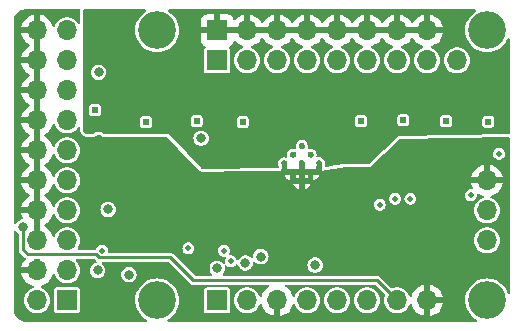
<source format=gbr>
%TF.GenerationSoftware,KiCad,Pcbnew,8.0.1*%
%TF.CreationDate,2024-04-07T09:18:40-04:00*%
%TF.ProjectId,tac5212_audio_board_single_ended,74616335-3231-4325-9f61-7564696f5f62,rev?*%
%TF.SameCoordinates,Original*%
%TF.FileFunction,Copper,L2,Inr*%
%TF.FilePolarity,Positive*%
%FSLAX46Y46*%
G04 Gerber Fmt 4.6, Leading zero omitted, Abs format (unit mm)*
G04 Created by KiCad (PCBNEW 8.0.1) date 2024-04-07 09:18:40*
%MOMM*%
%LPD*%
G01*
G04 APERTURE LIST*
%TA.AperFunction,ComponentPad*%
%ADD10R,1.700000X1.700000*%
%TD*%
%TA.AperFunction,ComponentPad*%
%ADD11O,1.700000X1.700000*%
%TD*%
%TA.AperFunction,ComponentPad*%
%ADD12C,3.200000*%
%TD*%
%TA.AperFunction,ComponentPad*%
%ADD13C,0.500000*%
%TD*%
%TA.AperFunction,ComponentPad*%
%ADD14R,0.500000X0.500000*%
%TD*%
%TA.AperFunction,ViaPad*%
%ADD15C,0.800000*%
%TD*%
%TA.AperFunction,Conductor*%
%ADD16C,0.250000*%
%TD*%
G04 APERTURE END LIST*
D10*
%TO.N,unconnected-(board_outline1-HELD_HIGH-Pad1)*%
%TO.C,board_outline1*%
X89337500Y-122600000D03*
D11*
%TO.N,unconnected-(board_outline1-HELD_LOW-Pad2)*%
X86797500Y-122600000D03*
%TO.N,Net-(5V1-B)*%
X89337500Y-120060000D03*
%TO.N,GNDD*%
X86797500Y-120060000D03*
%TO.N,unconnected-(board_outline1-12V-Pad5)*%
X89337500Y-117520000D03*
%TO.N,GNDD*%
X86797500Y-117520000D03*
%TO.N,5212_DOUT1+*%
X89337500Y-114980000D03*
%TO.N,GNDD*%
X86797500Y-114980000D03*
%TO.N,5212_DIN1*%
X89337500Y-112440000D03*
%TO.N,GNDD*%
X86797500Y-112440000D03*
%TO.N,5212_BCLK1*%
X89337500Y-109900000D03*
%TO.N,GNDD*%
X86797500Y-109900000D03*
%TO.N,5212_LRCK1*%
X89337500Y-107360000D03*
%TO.N,GNDD*%
X86797500Y-107360000D03*
%TO.N,DSP_SDA*%
X89337500Y-104820000D03*
%TO.N,GNDD*%
X86797500Y-104820000D03*
%TO.N,DSP_SCL*%
X89337500Y-102280000D03*
%TO.N,GNDD*%
X86797500Y-102280000D03*
%TO.N,5212_MCLK1*%
X89337500Y-99740000D03*
%TO.N,GNDD*%
X86797500Y-99740000D03*
D10*
%TO.N,OUT1P+*%
X102047500Y-102285000D03*
%TO.N,Earth*%
X102047500Y-99745000D03*
D11*
%TO.N,OUT1M+*%
X104587500Y-102285000D03*
%TO.N,Earth*%
X104587500Y-99745000D03*
%TO.N,OUT2P+*%
X107127500Y-102285000D03*
%TO.N,Earth*%
X107127500Y-99745000D03*
%TO.N,OUT2M+*%
X109667500Y-102285000D03*
%TO.N,Earth*%
X109667500Y-99745000D03*
%TO.N,IN1P+*%
X112207500Y-102285000D03*
%TO.N,Earth*%
X112207500Y-99745000D03*
%TO.N,IN1M+*%
X114747500Y-102285000D03*
%TO.N,Earth*%
X114747500Y-99745000D03*
%TO.N,IN2P+*%
X117287500Y-102285000D03*
%TO.N,Earth*%
X117287500Y-99745000D03*
%TO.N,IN2M+*%
X119827500Y-102285000D03*
%TO.N,Earth*%
X119827500Y-99745000D03*
D10*
%TO.N,5212_SCL*%
X102047500Y-122605000D03*
D11*
%TO.N,5212_SDA*%
X104587500Y-122605000D03*
%TO.N,GNDD*%
X107127500Y-122605000D03*
%TO.N,GPIO1*%
X109667500Y-122605000D03*
%TO.N,GPIO2*%
X112207500Y-122605000D03*
%TO.N,GPO1*%
X114747500Y-122605000D03*
%TO.N,GPI1*%
X117287500Y-122605000D03*
%TO.N,GNDD*%
X119827500Y-122605000D03*
%TO.N,5V*%
X124892500Y-117525000D03*
%TO.N,3.3V_LDO*%
X124892500Y-114985000D03*
%TO.N,GNDD*%
X124892500Y-112445000D03*
%TO.N,MICBIAS*%
X122352500Y-102285000D03*
D12*
%TO.N,Net-(E1-A)*%
X96952500Y-99745000D03*
%TO.N,Net-(E2-A)*%
X124892500Y-99745000D03*
%TO.N,Net-(G1-A)*%
X96952500Y-122605000D03*
%TO.N,Net-(G2-A)*%
X124892500Y-122605000D03*
%TD*%
D13*
%TO.N,Earth*%
%TO.C,G4*%
X117100000Y-114000000D03*
%TD*%
%TO.N,Earth*%
%TO.C,G5*%
X99600000Y-118200000D03*
%TD*%
%TO.N,Earth*%
%TO.C,G6*%
X118400000Y-114000000D03*
%TD*%
%TO.N,Earth*%
%TO.C,G3*%
X92300000Y-118400000D03*
%TD*%
%TO.N,Earth*%
%TO.C,G7*%
X102600000Y-118400000D03*
%TD*%
%TO.N,GNDD*%
%TO.C,J1002*%
X107715076Y-111000000D03*
X108457538Y-111742462D03*
X109200000Y-112484924D03*
X108457538Y-110257538D03*
X109200000Y-111000000D03*
X109942462Y-111742462D03*
X109200000Y-109515076D03*
X109942462Y-110257538D03*
X110684924Y-111000000D03*
%TD*%
%TO.N,Earth*%
%TO.C,G9*%
X103200000Y-119300000D03*
%TD*%
%TO.N,Earth*%
%TO.C,G8*%
X123500000Y-113700000D03*
%TD*%
%TO.N,Earth*%
%TO.C,G10*%
X125900000Y-110200000D03*
%TD*%
%TO.N,Earth*%
%TO.C,G11*%
X115800000Y-114500000D03*
%TD*%
D14*
%TO.N,OUT2P*%
%TO.C,OP2*%
X100300000Y-107425000D03*
%TD*%
%TO.N,IN2P*%
%TO.C,INP2*%
X121400000Y-107435000D03*
%TD*%
%TO.N,IN2M*%
%TO.C,INM2*%
X125000000Y-107482500D03*
%TD*%
%TO.N,OUT2M*%
%TO.C,OM2*%
X104200000Y-107500000D03*
%TD*%
%TO.N,OUT1P*%
%TO.C,OP1*%
X96000000Y-107500000D03*
%TD*%
%TO.N,IN1M*%
%TO.C,INM1*%
X117800000Y-107362500D03*
%TD*%
%TO.N,OUT1M*%
%TO.C,OM1*%
X91700000Y-106500000D03*
%TD*%
%TO.N,IN1P*%
%TO.C,INP1*%
X114200000Y-107425000D03*
%TD*%
D15*
%TO.N,GNDD*%
X106600000Y-117100000D03*
X92007996Y-109004013D03*
X100718700Y-117875000D03*
%TO.N,5V*%
X94569964Y-120430000D03*
%TO.N,Earth*%
X112825000Y-110300000D03*
%TO.N,5212_SCL*%
X102047500Y-119900002D03*
%TO.N,5212_SDA*%
X91910027Y-120067151D03*
X92000000Y-103300000D03*
%TO.N,3.3V_LDO*%
X105730761Y-118897714D03*
X100675000Y-108873986D03*
X92800004Y-114900000D03*
%TO.N,GPI1*%
X85600000Y-116400000D03*
%TO.N,Net-(PU_EN1001-Pad1)*%
X110338844Y-119622742D03*
X104430004Y-119430004D03*
%TD*%
D16*
%TO.N,GPI1*%
X100000000Y-120900000D02*
X98075000Y-118975000D01*
X85600000Y-118300000D02*
X85600000Y-116400000D01*
X86000000Y-118700000D02*
X85600000Y-118300000D01*
X91786827Y-118700000D02*
X86000000Y-118700000D01*
X92061827Y-118975000D02*
X91786827Y-118700000D01*
X115582500Y-120900000D02*
X100000000Y-120900000D01*
X117287500Y-122605000D02*
X115582500Y-120900000D01*
X98075000Y-118975000D02*
X92061827Y-118975000D01*
%TD*%
%TA.AperFunction,Conductor*%
%TO.N,Earth*%
G36*
X104121575Y-99552007D02*
G01*
X104087500Y-99679174D01*
X104087500Y-99810826D01*
X104121575Y-99937993D01*
X104154488Y-99995000D01*
X102480512Y-99995000D01*
X102513425Y-99937993D01*
X102547500Y-99810826D01*
X102547500Y-99679174D01*
X102513425Y-99552007D01*
X102480512Y-99495000D01*
X104154488Y-99495000D01*
X104121575Y-99552007D01*
G37*
%TD.AperFunction*%
%TA.AperFunction,Conductor*%
G36*
X106661575Y-99552007D02*
G01*
X106627500Y-99679174D01*
X106627500Y-99810826D01*
X106661575Y-99937993D01*
X106694488Y-99995000D01*
X105020512Y-99995000D01*
X105053425Y-99937993D01*
X105087500Y-99810826D01*
X105087500Y-99679174D01*
X105053425Y-99552007D01*
X105020512Y-99495000D01*
X106694488Y-99495000D01*
X106661575Y-99552007D01*
G37*
%TD.AperFunction*%
%TA.AperFunction,Conductor*%
G36*
X109201575Y-99552007D02*
G01*
X109167500Y-99679174D01*
X109167500Y-99810826D01*
X109201575Y-99937993D01*
X109234488Y-99995000D01*
X107560512Y-99995000D01*
X107593425Y-99937993D01*
X107627500Y-99810826D01*
X107627500Y-99679174D01*
X107593425Y-99552007D01*
X107560512Y-99495000D01*
X109234488Y-99495000D01*
X109201575Y-99552007D01*
G37*
%TD.AperFunction*%
%TA.AperFunction,Conductor*%
G36*
X111741575Y-99552007D02*
G01*
X111707500Y-99679174D01*
X111707500Y-99810826D01*
X111741575Y-99937993D01*
X111774488Y-99995000D01*
X110100512Y-99995000D01*
X110133425Y-99937993D01*
X110167500Y-99810826D01*
X110167500Y-99679174D01*
X110133425Y-99552007D01*
X110100512Y-99495000D01*
X111774488Y-99495000D01*
X111741575Y-99552007D01*
G37*
%TD.AperFunction*%
%TA.AperFunction,Conductor*%
G36*
X114281575Y-99552007D02*
G01*
X114247500Y-99679174D01*
X114247500Y-99810826D01*
X114281575Y-99937993D01*
X114314488Y-99995000D01*
X112640512Y-99995000D01*
X112673425Y-99937993D01*
X112707500Y-99810826D01*
X112707500Y-99679174D01*
X112673425Y-99552007D01*
X112640512Y-99495000D01*
X114314488Y-99495000D01*
X114281575Y-99552007D01*
G37*
%TD.AperFunction*%
%TA.AperFunction,Conductor*%
G36*
X116821575Y-99552007D02*
G01*
X116787500Y-99679174D01*
X116787500Y-99810826D01*
X116821575Y-99937993D01*
X116854488Y-99995000D01*
X115180512Y-99995000D01*
X115213425Y-99937993D01*
X115247500Y-99810826D01*
X115247500Y-99679174D01*
X115213425Y-99552007D01*
X115180512Y-99495000D01*
X116854488Y-99495000D01*
X116821575Y-99552007D01*
G37*
%TD.AperFunction*%
%TA.AperFunction,Conductor*%
G36*
X119361575Y-99552007D02*
G01*
X119327500Y-99679174D01*
X119327500Y-99810826D01*
X119361575Y-99937993D01*
X119394488Y-99995000D01*
X117720512Y-99995000D01*
X117753425Y-99937993D01*
X117787500Y-99810826D01*
X117787500Y-99679174D01*
X117753425Y-99552007D01*
X117720512Y-99495000D01*
X119394488Y-99495000D01*
X119361575Y-99552007D01*
G37*
%TD.AperFunction*%
%TA.AperFunction,Conductor*%
G36*
X95968916Y-97964685D02*
G01*
X96014671Y-98017489D01*
X96024615Y-98086647D01*
X95995590Y-98150203D01*
X95961304Y-98177832D01*
X95949494Y-98184280D01*
X95949486Y-98184285D01*
X95737592Y-98342906D01*
X95737574Y-98342922D01*
X95550422Y-98530074D01*
X95550406Y-98530092D01*
X95391785Y-98741986D01*
X95391780Y-98741994D01*
X95264928Y-98974305D01*
X95264926Y-98974309D01*
X95172421Y-99222326D01*
X95116158Y-99480965D01*
X95116157Y-99480972D01*
X95097273Y-99744998D01*
X95097273Y-99745001D01*
X95116157Y-100009027D01*
X95116158Y-100009034D01*
X95172421Y-100267673D01*
X95264926Y-100515690D01*
X95264928Y-100515694D01*
X95391780Y-100748005D01*
X95391785Y-100748013D01*
X95550406Y-100959907D01*
X95550422Y-100959925D01*
X95737574Y-101147077D01*
X95737592Y-101147093D01*
X95949486Y-101305714D01*
X95949494Y-101305719D01*
X96181805Y-101432571D01*
X96181809Y-101432573D01*
X96181811Y-101432574D01*
X96429822Y-101525077D01*
X96429825Y-101525077D01*
X96429826Y-101525078D01*
X96625052Y-101567546D01*
X96688474Y-101581343D01*
X96932160Y-101598772D01*
X96952499Y-101600227D01*
X96952500Y-101600227D01*
X96952501Y-101600227D01*
X96971385Y-101598876D01*
X97216526Y-101581343D01*
X97475178Y-101525077D01*
X97723189Y-101432574D01*
X97955511Y-101305716D01*
X98167415Y-101147087D01*
X98354587Y-100959915D01*
X98513216Y-100748011D01*
X98570642Y-100642844D01*
X100697500Y-100642844D01*
X100703901Y-100702372D01*
X100703903Y-100702379D01*
X100754145Y-100837086D01*
X100754149Y-100837093D01*
X100840309Y-100952187D01*
X100840312Y-100952190D01*
X100955406Y-101038350D01*
X100955412Y-101038353D01*
X100976768Y-101046319D01*
X101032701Y-101088191D01*
X101057118Y-101153656D01*
X101042266Y-101221928D01*
X101021119Y-101250179D01*
X101016900Y-101254397D01*
X100961533Y-101337260D01*
X100961532Y-101337264D01*
X100947000Y-101410321D01*
X100947000Y-103159678D01*
X100961532Y-103232735D01*
X100961533Y-103232739D01*
X100961534Y-103232740D01*
X101016899Y-103315601D01*
X101099760Y-103370966D01*
X101099764Y-103370967D01*
X101172821Y-103385499D01*
X101172824Y-103385500D01*
X101172826Y-103385500D01*
X102922176Y-103385500D01*
X102922177Y-103385499D01*
X102995240Y-103370966D01*
X103078101Y-103315601D01*
X103133466Y-103232740D01*
X103148000Y-103159674D01*
X103148000Y-101410326D01*
X103148000Y-101410323D01*
X103147999Y-101410321D01*
X103133467Y-101337264D01*
X103133466Y-101337260D01*
X103112388Y-101305714D01*
X103078101Y-101254399D01*
X103078099Y-101254397D01*
X103078098Y-101254396D01*
X103073884Y-101250182D01*
X103040399Y-101188859D01*
X103045383Y-101119167D01*
X103087255Y-101063234D01*
X103118232Y-101046319D01*
X103139586Y-101038354D01*
X103139593Y-101038350D01*
X103254687Y-100952190D01*
X103254690Y-100952187D01*
X103340850Y-100837093D01*
X103340854Y-100837086D01*
X103390114Y-100705013D01*
X103431985Y-100649079D01*
X103497449Y-100624662D01*
X103565722Y-100639513D01*
X103593977Y-100660665D01*
X103716417Y-100783105D01*
X103909921Y-100918600D01*
X104124007Y-101018429D01*
X104124016Y-101018433D01*
X104163083Y-101028901D01*
X104222744Y-101065266D01*
X104253273Y-101128113D01*
X104244979Y-101197488D01*
X104200493Y-101251366D01*
X104175784Y-101264302D01*
X104094873Y-101295647D01*
X104094857Y-101295655D01*
X103921460Y-101403017D01*
X103921458Y-101403019D01*
X103770737Y-101540418D01*
X103647827Y-101703178D01*
X103556922Y-101885739D01*
X103556917Y-101885752D01*
X103501102Y-102081917D01*
X103482285Y-102284999D01*
X103482285Y-102285000D01*
X103501102Y-102488082D01*
X103556917Y-102684247D01*
X103556922Y-102684260D01*
X103647827Y-102866821D01*
X103770737Y-103029581D01*
X103921458Y-103166980D01*
X103921460Y-103166982D01*
X104020641Y-103228392D01*
X104094863Y-103274348D01*
X104285044Y-103348024D01*
X104485524Y-103385500D01*
X104485526Y-103385500D01*
X104689474Y-103385500D01*
X104689476Y-103385500D01*
X104889956Y-103348024D01*
X105080137Y-103274348D01*
X105253541Y-103166981D01*
X105404264Y-103029579D01*
X105527173Y-102866821D01*
X105618082Y-102684250D01*
X105673897Y-102488083D01*
X105692715Y-102285000D01*
X105673897Y-102081917D01*
X105618082Y-101885750D01*
X105527173Y-101703179D01*
X105404264Y-101540421D01*
X105404262Y-101540418D01*
X105253541Y-101403019D01*
X105253539Y-101403017D01*
X105080142Y-101295655D01*
X105080135Y-101295651D01*
X104999215Y-101264303D01*
X104943813Y-101221730D01*
X104920223Y-101155963D01*
X104935934Y-101087883D01*
X104985958Y-101039104D01*
X105011917Y-101028901D01*
X105050981Y-101018434D01*
X105050992Y-101018429D01*
X105265078Y-100918600D01*
X105458582Y-100783105D01*
X105625605Y-100616082D01*
X105755925Y-100429968D01*
X105810502Y-100386344D01*
X105880001Y-100379151D01*
X105942355Y-100410673D01*
X105959075Y-100429968D01*
X106089394Y-100616082D01*
X106256417Y-100783105D01*
X106449921Y-100918600D01*
X106664007Y-101018429D01*
X106664016Y-101018433D01*
X106703083Y-101028901D01*
X106762744Y-101065266D01*
X106793273Y-101128113D01*
X106784979Y-101197488D01*
X106740493Y-101251366D01*
X106715784Y-101264302D01*
X106634873Y-101295647D01*
X106634857Y-101295655D01*
X106461460Y-101403017D01*
X106461458Y-101403019D01*
X106310737Y-101540418D01*
X106187827Y-101703178D01*
X106096922Y-101885739D01*
X106096917Y-101885752D01*
X106041102Y-102081917D01*
X106022285Y-102284999D01*
X106022285Y-102285000D01*
X106041102Y-102488082D01*
X106096917Y-102684247D01*
X106096922Y-102684260D01*
X106187827Y-102866821D01*
X106310737Y-103029581D01*
X106461458Y-103166980D01*
X106461460Y-103166982D01*
X106560641Y-103228392D01*
X106634863Y-103274348D01*
X106825044Y-103348024D01*
X107025524Y-103385500D01*
X107025526Y-103385500D01*
X107229474Y-103385500D01*
X107229476Y-103385500D01*
X107429956Y-103348024D01*
X107620137Y-103274348D01*
X107793541Y-103166981D01*
X107944264Y-103029579D01*
X108067173Y-102866821D01*
X108158082Y-102684250D01*
X108213897Y-102488083D01*
X108232715Y-102285000D01*
X108213897Y-102081917D01*
X108158082Y-101885750D01*
X108067173Y-101703179D01*
X107944264Y-101540421D01*
X107944262Y-101540418D01*
X107793541Y-101403019D01*
X107793539Y-101403017D01*
X107620142Y-101295655D01*
X107620135Y-101295651D01*
X107539215Y-101264303D01*
X107483813Y-101221730D01*
X107460223Y-101155963D01*
X107475934Y-101087883D01*
X107525958Y-101039104D01*
X107551917Y-101028901D01*
X107590981Y-101018434D01*
X107590992Y-101018429D01*
X107805078Y-100918600D01*
X107998582Y-100783105D01*
X108165605Y-100616082D01*
X108295925Y-100429968D01*
X108350502Y-100386344D01*
X108420001Y-100379151D01*
X108482355Y-100410673D01*
X108499075Y-100429968D01*
X108629394Y-100616082D01*
X108796417Y-100783105D01*
X108989921Y-100918600D01*
X109204007Y-101018429D01*
X109204016Y-101018433D01*
X109243083Y-101028901D01*
X109302744Y-101065266D01*
X109333273Y-101128113D01*
X109324979Y-101197488D01*
X109280493Y-101251366D01*
X109255784Y-101264302D01*
X109174873Y-101295647D01*
X109174857Y-101295655D01*
X109001460Y-101403017D01*
X109001458Y-101403019D01*
X108850737Y-101540418D01*
X108727827Y-101703178D01*
X108636922Y-101885739D01*
X108636917Y-101885752D01*
X108581102Y-102081917D01*
X108562285Y-102284999D01*
X108562285Y-102285000D01*
X108581102Y-102488082D01*
X108636917Y-102684247D01*
X108636922Y-102684260D01*
X108727827Y-102866821D01*
X108850737Y-103029581D01*
X109001458Y-103166980D01*
X109001460Y-103166982D01*
X109100641Y-103228392D01*
X109174863Y-103274348D01*
X109365044Y-103348024D01*
X109565524Y-103385500D01*
X109565526Y-103385500D01*
X109769474Y-103385500D01*
X109769476Y-103385500D01*
X109969956Y-103348024D01*
X110160137Y-103274348D01*
X110333541Y-103166981D01*
X110484264Y-103029579D01*
X110607173Y-102866821D01*
X110698082Y-102684250D01*
X110753897Y-102488083D01*
X110772715Y-102285000D01*
X110753897Y-102081917D01*
X110698082Y-101885750D01*
X110607173Y-101703179D01*
X110484264Y-101540421D01*
X110484262Y-101540418D01*
X110333541Y-101403019D01*
X110333539Y-101403017D01*
X110160142Y-101295655D01*
X110160135Y-101295651D01*
X110079215Y-101264303D01*
X110023813Y-101221730D01*
X110000223Y-101155963D01*
X110015934Y-101087883D01*
X110065958Y-101039104D01*
X110091917Y-101028901D01*
X110130981Y-101018434D01*
X110130992Y-101018429D01*
X110345078Y-100918600D01*
X110538582Y-100783105D01*
X110705605Y-100616082D01*
X110835925Y-100429968D01*
X110890502Y-100386344D01*
X110960001Y-100379151D01*
X111022355Y-100410673D01*
X111039075Y-100429968D01*
X111169394Y-100616082D01*
X111336417Y-100783105D01*
X111529921Y-100918600D01*
X111744007Y-101018429D01*
X111744016Y-101018433D01*
X111783083Y-101028901D01*
X111842744Y-101065266D01*
X111873273Y-101128113D01*
X111864979Y-101197488D01*
X111820493Y-101251366D01*
X111795784Y-101264302D01*
X111714873Y-101295647D01*
X111714857Y-101295655D01*
X111541460Y-101403017D01*
X111541458Y-101403019D01*
X111390737Y-101540418D01*
X111267827Y-101703178D01*
X111176922Y-101885739D01*
X111176917Y-101885752D01*
X111121102Y-102081917D01*
X111102285Y-102284999D01*
X111102285Y-102285000D01*
X111121102Y-102488082D01*
X111176917Y-102684247D01*
X111176922Y-102684260D01*
X111267827Y-102866821D01*
X111390737Y-103029581D01*
X111541458Y-103166980D01*
X111541460Y-103166982D01*
X111640641Y-103228392D01*
X111714863Y-103274348D01*
X111905044Y-103348024D01*
X112105524Y-103385500D01*
X112105526Y-103385500D01*
X112309474Y-103385500D01*
X112309476Y-103385500D01*
X112509956Y-103348024D01*
X112700137Y-103274348D01*
X112873541Y-103166981D01*
X113024264Y-103029579D01*
X113147173Y-102866821D01*
X113238082Y-102684250D01*
X113293897Y-102488083D01*
X113312715Y-102285000D01*
X113293897Y-102081917D01*
X113238082Y-101885750D01*
X113147173Y-101703179D01*
X113024264Y-101540421D01*
X113024262Y-101540418D01*
X112873541Y-101403019D01*
X112873539Y-101403017D01*
X112700142Y-101295655D01*
X112700135Y-101295651D01*
X112619215Y-101264303D01*
X112563813Y-101221730D01*
X112540223Y-101155963D01*
X112555934Y-101087883D01*
X112605958Y-101039104D01*
X112631917Y-101028901D01*
X112670981Y-101018434D01*
X112670992Y-101018429D01*
X112885078Y-100918600D01*
X113078582Y-100783105D01*
X113245605Y-100616082D01*
X113375925Y-100429968D01*
X113430502Y-100386344D01*
X113500001Y-100379151D01*
X113562355Y-100410673D01*
X113579075Y-100429968D01*
X113709394Y-100616082D01*
X113876417Y-100783105D01*
X114069921Y-100918600D01*
X114284007Y-101018429D01*
X114284016Y-101018433D01*
X114323083Y-101028901D01*
X114382744Y-101065266D01*
X114413273Y-101128113D01*
X114404979Y-101197488D01*
X114360493Y-101251366D01*
X114335784Y-101264302D01*
X114254873Y-101295647D01*
X114254857Y-101295655D01*
X114081460Y-101403017D01*
X114081458Y-101403019D01*
X113930737Y-101540418D01*
X113807827Y-101703178D01*
X113716922Y-101885739D01*
X113716917Y-101885752D01*
X113661102Y-102081917D01*
X113642285Y-102284999D01*
X113642285Y-102285000D01*
X113661102Y-102488082D01*
X113716917Y-102684247D01*
X113716922Y-102684260D01*
X113807827Y-102866821D01*
X113930737Y-103029581D01*
X114081458Y-103166980D01*
X114081460Y-103166982D01*
X114180641Y-103228392D01*
X114254863Y-103274348D01*
X114445044Y-103348024D01*
X114645524Y-103385500D01*
X114645526Y-103385500D01*
X114849474Y-103385500D01*
X114849476Y-103385500D01*
X115049956Y-103348024D01*
X115240137Y-103274348D01*
X115413541Y-103166981D01*
X115564264Y-103029579D01*
X115687173Y-102866821D01*
X115778082Y-102684250D01*
X115833897Y-102488083D01*
X115852715Y-102285000D01*
X115833897Y-102081917D01*
X115778082Y-101885750D01*
X115687173Y-101703179D01*
X115564264Y-101540421D01*
X115564262Y-101540418D01*
X115413541Y-101403019D01*
X115413539Y-101403017D01*
X115240142Y-101295655D01*
X115240135Y-101295651D01*
X115159215Y-101264303D01*
X115103813Y-101221730D01*
X115080223Y-101155963D01*
X115095934Y-101087883D01*
X115145958Y-101039104D01*
X115171917Y-101028901D01*
X115210981Y-101018434D01*
X115210992Y-101018429D01*
X115425078Y-100918600D01*
X115618582Y-100783105D01*
X115785605Y-100616082D01*
X115915925Y-100429968D01*
X115970502Y-100386344D01*
X116040001Y-100379151D01*
X116102355Y-100410673D01*
X116119075Y-100429968D01*
X116249394Y-100616082D01*
X116416417Y-100783105D01*
X116609921Y-100918600D01*
X116824007Y-101018429D01*
X116824016Y-101018433D01*
X116863083Y-101028901D01*
X116922744Y-101065266D01*
X116953273Y-101128113D01*
X116944979Y-101197488D01*
X116900493Y-101251366D01*
X116875784Y-101264302D01*
X116794873Y-101295647D01*
X116794857Y-101295655D01*
X116621460Y-101403017D01*
X116621458Y-101403019D01*
X116470737Y-101540418D01*
X116347827Y-101703178D01*
X116256922Y-101885739D01*
X116256917Y-101885752D01*
X116201102Y-102081917D01*
X116182285Y-102284999D01*
X116182285Y-102285000D01*
X116201102Y-102488082D01*
X116256917Y-102684247D01*
X116256922Y-102684260D01*
X116347827Y-102866821D01*
X116470737Y-103029581D01*
X116621458Y-103166980D01*
X116621460Y-103166982D01*
X116720641Y-103228392D01*
X116794863Y-103274348D01*
X116985044Y-103348024D01*
X117185524Y-103385500D01*
X117185526Y-103385500D01*
X117389474Y-103385500D01*
X117389476Y-103385500D01*
X117589956Y-103348024D01*
X117780137Y-103274348D01*
X117953541Y-103166981D01*
X118104264Y-103029579D01*
X118227173Y-102866821D01*
X118318082Y-102684250D01*
X118373897Y-102488083D01*
X118392715Y-102285000D01*
X118373897Y-102081917D01*
X118318082Y-101885750D01*
X118227173Y-101703179D01*
X118104264Y-101540421D01*
X118104262Y-101540418D01*
X117953541Y-101403019D01*
X117953539Y-101403017D01*
X117780142Y-101295655D01*
X117780135Y-101295651D01*
X117699215Y-101264303D01*
X117643813Y-101221730D01*
X117620223Y-101155963D01*
X117635934Y-101087883D01*
X117685958Y-101039104D01*
X117711917Y-101028901D01*
X117750981Y-101018434D01*
X117750992Y-101018429D01*
X117965078Y-100918600D01*
X118158582Y-100783105D01*
X118325605Y-100616082D01*
X118455925Y-100429968D01*
X118510502Y-100386344D01*
X118580001Y-100379151D01*
X118642355Y-100410673D01*
X118659075Y-100429968D01*
X118789394Y-100616082D01*
X118956417Y-100783105D01*
X119149921Y-100918600D01*
X119364007Y-101018429D01*
X119364016Y-101018433D01*
X119403083Y-101028901D01*
X119462744Y-101065266D01*
X119493273Y-101128113D01*
X119484979Y-101197488D01*
X119440493Y-101251366D01*
X119415784Y-101264302D01*
X119334873Y-101295647D01*
X119334857Y-101295655D01*
X119161460Y-101403017D01*
X119161458Y-101403019D01*
X119010737Y-101540418D01*
X118887827Y-101703178D01*
X118796922Y-101885739D01*
X118796917Y-101885752D01*
X118741102Y-102081917D01*
X118722285Y-102284999D01*
X118722285Y-102285000D01*
X118741102Y-102488082D01*
X118796917Y-102684247D01*
X118796922Y-102684260D01*
X118887827Y-102866821D01*
X119010737Y-103029581D01*
X119161458Y-103166980D01*
X119161460Y-103166982D01*
X119260641Y-103228392D01*
X119334863Y-103274348D01*
X119525044Y-103348024D01*
X119725524Y-103385500D01*
X119725526Y-103385500D01*
X119929474Y-103385500D01*
X119929476Y-103385500D01*
X120129956Y-103348024D01*
X120320137Y-103274348D01*
X120493541Y-103166981D01*
X120644264Y-103029579D01*
X120767173Y-102866821D01*
X120858082Y-102684250D01*
X120913897Y-102488083D01*
X120932715Y-102285000D01*
X121247285Y-102285000D01*
X121266102Y-102488082D01*
X121321917Y-102684247D01*
X121321922Y-102684260D01*
X121412827Y-102866821D01*
X121535737Y-103029581D01*
X121686458Y-103166980D01*
X121686460Y-103166982D01*
X121785641Y-103228392D01*
X121859863Y-103274348D01*
X122050044Y-103348024D01*
X122250524Y-103385500D01*
X122250526Y-103385500D01*
X122454474Y-103385500D01*
X122454476Y-103385500D01*
X122654956Y-103348024D01*
X122845137Y-103274348D01*
X123018541Y-103166981D01*
X123169264Y-103029579D01*
X123292173Y-102866821D01*
X123383082Y-102684250D01*
X123438897Y-102488083D01*
X123457715Y-102285000D01*
X123438897Y-102081917D01*
X123383082Y-101885750D01*
X123292173Y-101703179D01*
X123169264Y-101540421D01*
X123169262Y-101540418D01*
X123018541Y-101403019D01*
X123018539Y-101403017D01*
X122845142Y-101295655D01*
X122845135Y-101295651D01*
X122730821Y-101251366D01*
X122654956Y-101221976D01*
X122454476Y-101184500D01*
X122250524Y-101184500D01*
X122050044Y-101221976D01*
X122050041Y-101221976D01*
X122050041Y-101221977D01*
X121859864Y-101295651D01*
X121859857Y-101295655D01*
X121686460Y-101403017D01*
X121686458Y-101403019D01*
X121535737Y-101540418D01*
X121412827Y-101703178D01*
X121321922Y-101885739D01*
X121321917Y-101885752D01*
X121266102Y-102081917D01*
X121247285Y-102284999D01*
X121247285Y-102285000D01*
X120932715Y-102285000D01*
X120913897Y-102081917D01*
X120858082Y-101885750D01*
X120767173Y-101703179D01*
X120644264Y-101540421D01*
X120644262Y-101540418D01*
X120493541Y-101403019D01*
X120493539Y-101403017D01*
X120320142Y-101295655D01*
X120320135Y-101295651D01*
X120239215Y-101264303D01*
X120183813Y-101221730D01*
X120160223Y-101155963D01*
X120175934Y-101087883D01*
X120225958Y-101039104D01*
X120251917Y-101028901D01*
X120290981Y-101018434D01*
X120290992Y-101018429D01*
X120505078Y-100918600D01*
X120698582Y-100783105D01*
X120865605Y-100616082D01*
X121001100Y-100422578D01*
X121100929Y-100208492D01*
X121100932Y-100208486D01*
X121158136Y-99995000D01*
X120260512Y-99995000D01*
X120293425Y-99937993D01*
X120327500Y-99810826D01*
X120327500Y-99679174D01*
X120293425Y-99552007D01*
X120260512Y-99495000D01*
X121158136Y-99495000D01*
X121158135Y-99494999D01*
X121100932Y-99281513D01*
X121100929Y-99281507D01*
X121001100Y-99067422D01*
X121001099Y-99067420D01*
X120865613Y-98873926D01*
X120865608Y-98873920D01*
X120698582Y-98706894D01*
X120505078Y-98571399D01*
X120290992Y-98471570D01*
X120290986Y-98471567D01*
X120077500Y-98414364D01*
X120077500Y-99311988D01*
X120020493Y-99279075D01*
X119893326Y-99245000D01*
X119761674Y-99245000D01*
X119634507Y-99279075D01*
X119577500Y-99311988D01*
X119577500Y-98414364D01*
X119577499Y-98414364D01*
X119364013Y-98471567D01*
X119364007Y-98471570D01*
X119149922Y-98571399D01*
X119149920Y-98571400D01*
X118956426Y-98706886D01*
X118956420Y-98706891D01*
X118789391Y-98873920D01*
X118789390Y-98873922D01*
X118659075Y-99060031D01*
X118604498Y-99103655D01*
X118534999Y-99110848D01*
X118472645Y-99079326D01*
X118455925Y-99060031D01*
X118325609Y-98873922D01*
X118325608Y-98873920D01*
X118158582Y-98706894D01*
X117965078Y-98571399D01*
X117750992Y-98471570D01*
X117750986Y-98471567D01*
X117537500Y-98414364D01*
X117537500Y-99311988D01*
X117480493Y-99279075D01*
X117353326Y-99245000D01*
X117221674Y-99245000D01*
X117094507Y-99279075D01*
X117037500Y-99311988D01*
X117037500Y-98414364D01*
X117037499Y-98414364D01*
X116824013Y-98471567D01*
X116824007Y-98471570D01*
X116609922Y-98571399D01*
X116609920Y-98571400D01*
X116416426Y-98706886D01*
X116416420Y-98706891D01*
X116249391Y-98873920D01*
X116249390Y-98873922D01*
X116119075Y-99060031D01*
X116064498Y-99103655D01*
X115994999Y-99110848D01*
X115932645Y-99079326D01*
X115915925Y-99060031D01*
X115785609Y-98873922D01*
X115785608Y-98873920D01*
X115618582Y-98706894D01*
X115425078Y-98571399D01*
X115210992Y-98471570D01*
X115210986Y-98471567D01*
X114997500Y-98414364D01*
X114997500Y-99311988D01*
X114940493Y-99279075D01*
X114813326Y-99245000D01*
X114681674Y-99245000D01*
X114554507Y-99279075D01*
X114497500Y-99311988D01*
X114497500Y-98414364D01*
X114497499Y-98414364D01*
X114284013Y-98471567D01*
X114284007Y-98471570D01*
X114069922Y-98571399D01*
X114069920Y-98571400D01*
X113876426Y-98706886D01*
X113876420Y-98706891D01*
X113709391Y-98873920D01*
X113709390Y-98873922D01*
X113579075Y-99060031D01*
X113524498Y-99103655D01*
X113454999Y-99110848D01*
X113392645Y-99079326D01*
X113375925Y-99060031D01*
X113245609Y-98873922D01*
X113245608Y-98873920D01*
X113078582Y-98706894D01*
X112885078Y-98571399D01*
X112670992Y-98471570D01*
X112670986Y-98471567D01*
X112457500Y-98414364D01*
X112457500Y-99311988D01*
X112400493Y-99279075D01*
X112273326Y-99245000D01*
X112141674Y-99245000D01*
X112014507Y-99279075D01*
X111957500Y-99311988D01*
X111957500Y-98414364D01*
X111957499Y-98414364D01*
X111744013Y-98471567D01*
X111744007Y-98471570D01*
X111529922Y-98571399D01*
X111529920Y-98571400D01*
X111336426Y-98706886D01*
X111336420Y-98706891D01*
X111169391Y-98873920D01*
X111169390Y-98873922D01*
X111039075Y-99060031D01*
X110984498Y-99103655D01*
X110914999Y-99110848D01*
X110852645Y-99079326D01*
X110835925Y-99060031D01*
X110705609Y-98873922D01*
X110705608Y-98873920D01*
X110538582Y-98706894D01*
X110345078Y-98571399D01*
X110130992Y-98471570D01*
X110130986Y-98471567D01*
X109917500Y-98414364D01*
X109917500Y-99311988D01*
X109860493Y-99279075D01*
X109733326Y-99245000D01*
X109601674Y-99245000D01*
X109474507Y-99279075D01*
X109417500Y-99311988D01*
X109417500Y-98414364D01*
X109417499Y-98414364D01*
X109204013Y-98471567D01*
X109204007Y-98471570D01*
X108989922Y-98571399D01*
X108989920Y-98571400D01*
X108796426Y-98706886D01*
X108796420Y-98706891D01*
X108629391Y-98873920D01*
X108629390Y-98873922D01*
X108499075Y-99060031D01*
X108444498Y-99103655D01*
X108374999Y-99110848D01*
X108312645Y-99079326D01*
X108295925Y-99060031D01*
X108165609Y-98873922D01*
X108165608Y-98873920D01*
X107998582Y-98706894D01*
X107805078Y-98571399D01*
X107590992Y-98471570D01*
X107590986Y-98471567D01*
X107377500Y-98414364D01*
X107377500Y-99311988D01*
X107320493Y-99279075D01*
X107193326Y-99245000D01*
X107061674Y-99245000D01*
X106934507Y-99279075D01*
X106877500Y-99311988D01*
X106877500Y-98414364D01*
X106877499Y-98414364D01*
X106664013Y-98471567D01*
X106664007Y-98471570D01*
X106449922Y-98571399D01*
X106449920Y-98571400D01*
X106256426Y-98706886D01*
X106256420Y-98706891D01*
X106089391Y-98873920D01*
X106089390Y-98873922D01*
X105959075Y-99060031D01*
X105904498Y-99103655D01*
X105834999Y-99110848D01*
X105772645Y-99079326D01*
X105755925Y-99060031D01*
X105625609Y-98873922D01*
X105625608Y-98873920D01*
X105458582Y-98706894D01*
X105265078Y-98571399D01*
X105050992Y-98471570D01*
X105050986Y-98471567D01*
X104837500Y-98414364D01*
X104837500Y-99311988D01*
X104780493Y-99279075D01*
X104653326Y-99245000D01*
X104521674Y-99245000D01*
X104394507Y-99279075D01*
X104337500Y-99311988D01*
X104337500Y-98414364D01*
X104337499Y-98414364D01*
X104124013Y-98471567D01*
X104124007Y-98471570D01*
X103909922Y-98571399D01*
X103909920Y-98571400D01*
X103716426Y-98706886D01*
X103593977Y-98829335D01*
X103532654Y-98862819D01*
X103462962Y-98857835D01*
X103407029Y-98815963D01*
X103390114Y-98784986D01*
X103340854Y-98652913D01*
X103340850Y-98652906D01*
X103254690Y-98537812D01*
X103254687Y-98537809D01*
X103139593Y-98451649D01*
X103139586Y-98451645D01*
X103004879Y-98401403D01*
X103004872Y-98401401D01*
X102945344Y-98395000D01*
X102297500Y-98395000D01*
X102297500Y-99311988D01*
X102240493Y-99279075D01*
X102113326Y-99245000D01*
X101981674Y-99245000D01*
X101854507Y-99279075D01*
X101797500Y-99311988D01*
X101797500Y-98395000D01*
X101149655Y-98395000D01*
X101090127Y-98401401D01*
X101090120Y-98401403D01*
X100955413Y-98451645D01*
X100955406Y-98451649D01*
X100840312Y-98537809D01*
X100840309Y-98537812D01*
X100754149Y-98652906D01*
X100754145Y-98652913D01*
X100703903Y-98787620D01*
X100703901Y-98787627D01*
X100697500Y-98847155D01*
X100697500Y-99495000D01*
X101614488Y-99495000D01*
X101581575Y-99552007D01*
X101547500Y-99679174D01*
X101547500Y-99810826D01*
X101581575Y-99937993D01*
X101614488Y-99995000D01*
X100697500Y-99995000D01*
X100697500Y-100642844D01*
X98570642Y-100642844D01*
X98640074Y-100515689D01*
X98732577Y-100267678D01*
X98788843Y-100009026D01*
X98807727Y-99745000D01*
X98788843Y-99480974D01*
X98732577Y-99222322D01*
X98640074Y-98974311D01*
X98623243Y-98943488D01*
X98513219Y-98741994D01*
X98513214Y-98741986D01*
X98354593Y-98530092D01*
X98354577Y-98530074D01*
X98167425Y-98342922D01*
X98167407Y-98342906D01*
X97955513Y-98184285D01*
X97955505Y-98184280D01*
X97943696Y-98177832D01*
X97894291Y-98128427D01*
X97879439Y-98060154D01*
X97903856Y-97994689D01*
X97959790Y-97952818D01*
X98003123Y-97945000D01*
X123841877Y-97945000D01*
X123908916Y-97964685D01*
X123954671Y-98017489D01*
X123964615Y-98086647D01*
X123935590Y-98150203D01*
X123901304Y-98177832D01*
X123889494Y-98184280D01*
X123889486Y-98184285D01*
X123677592Y-98342906D01*
X123677574Y-98342922D01*
X123490422Y-98530074D01*
X123490406Y-98530092D01*
X123331785Y-98741986D01*
X123331780Y-98741994D01*
X123204928Y-98974305D01*
X123204926Y-98974309D01*
X123112421Y-99222326D01*
X123056158Y-99480965D01*
X123056157Y-99480972D01*
X123037273Y-99744998D01*
X123037273Y-99745001D01*
X123056157Y-100009027D01*
X123056158Y-100009034D01*
X123112421Y-100267673D01*
X123204926Y-100515690D01*
X123204928Y-100515694D01*
X123331780Y-100748005D01*
X123331785Y-100748013D01*
X123490406Y-100959907D01*
X123490422Y-100959925D01*
X123677574Y-101147077D01*
X123677592Y-101147093D01*
X123889486Y-101305714D01*
X123889494Y-101305719D01*
X124121805Y-101432571D01*
X124121809Y-101432573D01*
X124121811Y-101432574D01*
X124369822Y-101525077D01*
X124369825Y-101525077D01*
X124369826Y-101525078D01*
X124565052Y-101567546D01*
X124628474Y-101581343D01*
X124872160Y-101598772D01*
X124892499Y-101600227D01*
X124892500Y-101600227D01*
X124892501Y-101600227D01*
X124911385Y-101598876D01*
X125156526Y-101581343D01*
X125415178Y-101525077D01*
X125663189Y-101432574D01*
X125895511Y-101305716D01*
X126107415Y-101147087D01*
X126294587Y-100959915D01*
X126453216Y-100748011D01*
X126580074Y-100515689D01*
X126592318Y-100482860D01*
X126634188Y-100426927D01*
X126699653Y-100402509D01*
X126767926Y-100417360D01*
X126817332Y-100466765D01*
X126832500Y-100526193D01*
X126832500Y-108430153D01*
X126812815Y-108497192D01*
X126760011Y-108542947D01*
X126710271Y-108554140D01*
X117431353Y-108686701D01*
X117431350Y-108686702D01*
X114922568Y-111049161D01*
X114860267Y-111080790D01*
X114835437Y-111082869D01*
X112900002Y-111049741D01*
X112900001Y-111049741D01*
X112900000Y-111049741D01*
X112037751Y-111181341D01*
X111309994Y-111292414D01*
X111240752Y-111283069D01*
X111187554Y-111237773D01*
X111167290Y-111170906D01*
X111170015Y-111151405D01*
X111168827Y-111151235D01*
X111183419Y-111049741D01*
X111190571Y-111000000D01*
X111170089Y-110857543D01*
X111110301Y-110726627D01*
X111016052Y-110617857D01*
X110894977Y-110540047D01*
X110894975Y-110540046D01*
X110894973Y-110540045D01*
X110894974Y-110540045D01*
X110756887Y-110499500D01*
X110756885Y-110499500D01*
X110612963Y-110499500D01*
X110589650Y-110506345D01*
X110519780Y-110506344D01*
X110461003Y-110468568D01*
X110431979Y-110405012D01*
X110431979Y-110369725D01*
X110448109Y-110257538D01*
X110427627Y-110115081D01*
X110367839Y-109984165D01*
X110273590Y-109875395D01*
X110152515Y-109797585D01*
X110152513Y-109797584D01*
X110152511Y-109797583D01*
X110152512Y-109797583D01*
X110014425Y-109757038D01*
X110014423Y-109757038D01*
X109870501Y-109757038D01*
X109847188Y-109763883D01*
X109777318Y-109763882D01*
X109718541Y-109726106D01*
X109689517Y-109662550D01*
X109689517Y-109627263D01*
X109705647Y-109515076D01*
X109685165Y-109372619D01*
X109625377Y-109241703D01*
X109531128Y-109132933D01*
X109410053Y-109055123D01*
X109410051Y-109055122D01*
X109410049Y-109055121D01*
X109410050Y-109055121D01*
X109271963Y-109014576D01*
X109271961Y-109014576D01*
X109128039Y-109014576D01*
X109128036Y-109014576D01*
X108989949Y-109055121D01*
X108868873Y-109132932D01*
X108774623Y-109241702D01*
X108774622Y-109241704D01*
X108714834Y-109372619D01*
X108694353Y-109515076D01*
X108710482Y-109627258D01*
X108700538Y-109696417D01*
X108654783Y-109749221D01*
X108587744Y-109768905D01*
X108552810Y-109763882D01*
X108529501Y-109757038D01*
X108529499Y-109757038D01*
X108385577Y-109757038D01*
X108385574Y-109757038D01*
X108247487Y-109797583D01*
X108126411Y-109875394D01*
X108032161Y-109984164D01*
X108032160Y-109984166D01*
X107972372Y-110115081D01*
X107951891Y-110257538D01*
X107968020Y-110369720D01*
X107958076Y-110438879D01*
X107912321Y-110491683D01*
X107845282Y-110511367D01*
X107810348Y-110506344D01*
X107787039Y-110499500D01*
X107787037Y-110499500D01*
X107643115Y-110499500D01*
X107643112Y-110499500D01*
X107505025Y-110540045D01*
X107383949Y-110617856D01*
X107289699Y-110726626D01*
X107289698Y-110726628D01*
X107229910Y-110857543D01*
X107209429Y-111000000D01*
X107229910Y-111142456D01*
X107269673Y-111229523D01*
X107279617Y-111298682D01*
X107250592Y-111362238D01*
X107191814Y-111400012D01*
X107157562Y-111405033D01*
X100753554Y-111440322D01*
X100686407Y-111421007D01*
X100663069Y-111401832D01*
X98256102Y-108873986D01*
X100019722Y-108873986D01*
X100038762Y-109030804D01*
X100077495Y-109132932D01*
X100094780Y-109178509D01*
X100184517Y-109308516D01*
X100302760Y-109413269D01*
X100302762Y-109413270D01*
X100442634Y-109486682D01*
X100596014Y-109524486D01*
X100596015Y-109524486D01*
X100753985Y-109524486D01*
X100907365Y-109486682D01*
X101047240Y-109413269D01*
X101165483Y-109308516D01*
X101255220Y-109178509D01*
X101311237Y-109030804D01*
X101330278Y-108873986D01*
X101311237Y-108717168D01*
X101299682Y-108686701D01*
X101289992Y-108661150D01*
X101255220Y-108569463D01*
X101165483Y-108439456D01*
X101047240Y-108334703D01*
X101047238Y-108334702D01*
X101047237Y-108334701D01*
X100907365Y-108261289D01*
X100753986Y-108223486D01*
X100753985Y-108223486D01*
X100596015Y-108223486D01*
X100596014Y-108223486D01*
X100442634Y-108261289D01*
X100302762Y-108334701D01*
X100184516Y-108439457D01*
X100094781Y-108569461D01*
X100094780Y-108569462D01*
X100038762Y-108717167D01*
X100019722Y-108873985D01*
X100019722Y-108873986D01*
X98256102Y-108873986D01*
X97900000Y-108500000D01*
X92467075Y-108500000D01*
X92400036Y-108480315D01*
X92384850Y-108468817D01*
X92380236Y-108464730D01*
X92380234Y-108464728D01*
X92240361Y-108391316D01*
X92086982Y-108353513D01*
X92086981Y-108353513D01*
X91929011Y-108353513D01*
X91929010Y-108353513D01*
X91775630Y-108391316D01*
X91635757Y-108464728D01*
X91635755Y-108464730D01*
X91631142Y-108468817D01*
X91567908Y-108498537D01*
X91548917Y-108500000D01*
X90951362Y-108500000D01*
X90884323Y-108480315D01*
X90863681Y-108463681D01*
X90736319Y-108336319D01*
X90702834Y-108274996D01*
X90700000Y-108248638D01*
X90700000Y-107774678D01*
X95499500Y-107774678D01*
X95514032Y-107847735D01*
X95514033Y-107847739D01*
X95524230Y-107863000D01*
X95569399Y-107930601D01*
X95647821Y-107983000D01*
X95652260Y-107985966D01*
X95652264Y-107985967D01*
X95725321Y-108000499D01*
X95725324Y-108000500D01*
X95725326Y-108000500D01*
X96274676Y-108000500D01*
X96274677Y-108000499D01*
X96347740Y-107985966D01*
X96430601Y-107930601D01*
X96485966Y-107847740D01*
X96500500Y-107774674D01*
X96500500Y-107699678D01*
X99799500Y-107699678D01*
X99814032Y-107772735D01*
X99814033Y-107772739D01*
X99832405Y-107800235D01*
X99869399Y-107855601D01*
X99952260Y-107910966D01*
X99952264Y-107910967D01*
X100025321Y-107925499D01*
X100025324Y-107925500D01*
X100025326Y-107925500D01*
X100574676Y-107925500D01*
X100574677Y-107925499D01*
X100647740Y-107910966D01*
X100730601Y-107855601D01*
X100784671Y-107774678D01*
X103699500Y-107774678D01*
X103714032Y-107847735D01*
X103714033Y-107847739D01*
X103724230Y-107863000D01*
X103769399Y-107930601D01*
X103847821Y-107983000D01*
X103852260Y-107985966D01*
X103852264Y-107985967D01*
X103925321Y-108000499D01*
X103925324Y-108000500D01*
X103925326Y-108000500D01*
X104474676Y-108000500D01*
X104474677Y-108000499D01*
X104547740Y-107985966D01*
X104630601Y-107930601D01*
X104685966Y-107847740D01*
X104700500Y-107774674D01*
X104700500Y-107699678D01*
X113699500Y-107699678D01*
X113714032Y-107772735D01*
X113714033Y-107772739D01*
X113732405Y-107800235D01*
X113769399Y-107855601D01*
X113852260Y-107910966D01*
X113852264Y-107910967D01*
X113925321Y-107925499D01*
X113925324Y-107925500D01*
X113925326Y-107925500D01*
X114474676Y-107925500D01*
X114474677Y-107925499D01*
X114547740Y-107910966D01*
X114630601Y-107855601D01*
X114685966Y-107772740D01*
X114700500Y-107699674D01*
X114700500Y-107637178D01*
X117299500Y-107637178D01*
X117314032Y-107710235D01*
X117314033Y-107710239D01*
X117314034Y-107710240D01*
X117369399Y-107793101D01*
X117451166Y-107847735D01*
X117452260Y-107848466D01*
X117452264Y-107848467D01*
X117525321Y-107862999D01*
X117525324Y-107863000D01*
X117525326Y-107863000D01*
X118074676Y-107863000D01*
X118074677Y-107862999D01*
X118147740Y-107848466D01*
X118230601Y-107793101D01*
X118285966Y-107710240D01*
X118286078Y-107709678D01*
X120899500Y-107709678D01*
X120914032Y-107782735D01*
X120914033Y-107782739D01*
X120914034Y-107782740D01*
X120969399Y-107865601D01*
X121040489Y-107913101D01*
X121052260Y-107920966D01*
X121052264Y-107920967D01*
X121125321Y-107935499D01*
X121125324Y-107935500D01*
X121125326Y-107935500D01*
X121674676Y-107935500D01*
X121674677Y-107935499D01*
X121747740Y-107920966D01*
X121830601Y-107865601D01*
X121885966Y-107782740D01*
X121891051Y-107757178D01*
X124499500Y-107757178D01*
X124514032Y-107830235D01*
X124514033Y-107830239D01*
X124525726Y-107847739D01*
X124569399Y-107913101D01*
X124652260Y-107968466D01*
X124652264Y-107968467D01*
X124725321Y-107982999D01*
X124725324Y-107983000D01*
X124725326Y-107983000D01*
X125274676Y-107983000D01*
X125274677Y-107982999D01*
X125347740Y-107968466D01*
X125430601Y-107913101D01*
X125485966Y-107830240D01*
X125500500Y-107757174D01*
X125500500Y-107207826D01*
X125500500Y-107207823D01*
X125500499Y-107207821D01*
X125485967Y-107134764D01*
X125485966Y-107134760D01*
X125454604Y-107087823D01*
X125430601Y-107051899D01*
X125353676Y-107000500D01*
X125347739Y-106996533D01*
X125347735Y-106996532D01*
X125274677Y-106982000D01*
X125274674Y-106982000D01*
X124725326Y-106982000D01*
X124725323Y-106982000D01*
X124652264Y-106996532D01*
X124652260Y-106996533D01*
X124569399Y-107051899D01*
X124514033Y-107134760D01*
X124514032Y-107134764D01*
X124499500Y-107207821D01*
X124499500Y-107757178D01*
X121891051Y-107757178D01*
X121900500Y-107709674D01*
X121900500Y-107160326D01*
X121900500Y-107160323D01*
X121900499Y-107160321D01*
X121885967Y-107087264D01*
X121885966Y-107087260D01*
X121862339Y-107051899D01*
X121830601Y-107004399D01*
X121747740Y-106949034D01*
X121747739Y-106949033D01*
X121747735Y-106949032D01*
X121674677Y-106934500D01*
X121674674Y-106934500D01*
X121125326Y-106934500D01*
X121125323Y-106934500D01*
X121052264Y-106949032D01*
X121052260Y-106949033D01*
X120969399Y-107004399D01*
X120914033Y-107087260D01*
X120914032Y-107087264D01*
X120899500Y-107160321D01*
X120899500Y-107709678D01*
X118286078Y-107709678D01*
X118300500Y-107637174D01*
X118300500Y-107087826D01*
X118300500Y-107087823D01*
X118300499Y-107087821D01*
X118285967Y-107014764D01*
X118285966Y-107014760D01*
X118273787Y-106996533D01*
X118230601Y-106931899D01*
X118147740Y-106876534D01*
X118147739Y-106876533D01*
X118147735Y-106876532D01*
X118074677Y-106862000D01*
X118074674Y-106862000D01*
X117525326Y-106862000D01*
X117525323Y-106862000D01*
X117452264Y-106876532D01*
X117452260Y-106876533D01*
X117369399Y-106931899D01*
X117314033Y-107014760D01*
X117314032Y-107014764D01*
X117299500Y-107087821D01*
X117299500Y-107637178D01*
X114700500Y-107637178D01*
X114700500Y-107150326D01*
X114700500Y-107150323D01*
X114700499Y-107150321D01*
X114685967Y-107077264D01*
X114685966Y-107077260D01*
X114630601Y-106994399D01*
X114575235Y-106957405D01*
X114547739Y-106939033D01*
X114547735Y-106939032D01*
X114474677Y-106924500D01*
X114474674Y-106924500D01*
X113925326Y-106924500D01*
X113925323Y-106924500D01*
X113852264Y-106939032D01*
X113852260Y-106939033D01*
X113769399Y-106994399D01*
X113714033Y-107077260D01*
X113714032Y-107077264D01*
X113699500Y-107150321D01*
X113699500Y-107699678D01*
X104700500Y-107699678D01*
X104700500Y-107225326D01*
X104700500Y-107225323D01*
X104700499Y-107225321D01*
X104685967Y-107152264D01*
X104685966Y-107152260D01*
X104642911Y-107087823D01*
X104630601Y-107069399D01*
X104547740Y-107014034D01*
X104547739Y-107014033D01*
X104547735Y-107014032D01*
X104474677Y-106999500D01*
X104474674Y-106999500D01*
X103925326Y-106999500D01*
X103925323Y-106999500D01*
X103852264Y-107014032D01*
X103852260Y-107014033D01*
X103769399Y-107069399D01*
X103714033Y-107152260D01*
X103714032Y-107152264D01*
X103699500Y-107225321D01*
X103699500Y-107774678D01*
X100784671Y-107774678D01*
X100785966Y-107772740D01*
X100800500Y-107699674D01*
X100800500Y-107150326D01*
X100800500Y-107150323D01*
X100800499Y-107150321D01*
X100785967Y-107077264D01*
X100785966Y-107077260D01*
X100730601Y-106994399D01*
X100675235Y-106957405D01*
X100647739Y-106939033D01*
X100647735Y-106939032D01*
X100574677Y-106924500D01*
X100574674Y-106924500D01*
X100025326Y-106924500D01*
X100025323Y-106924500D01*
X99952264Y-106939032D01*
X99952260Y-106939033D01*
X99869399Y-106994399D01*
X99814033Y-107077260D01*
X99814032Y-107077264D01*
X99799500Y-107150321D01*
X99799500Y-107699678D01*
X96500500Y-107699678D01*
X96500500Y-107225326D01*
X96500500Y-107225323D01*
X96500499Y-107225321D01*
X96485967Y-107152264D01*
X96485966Y-107152260D01*
X96442911Y-107087823D01*
X96430601Y-107069399D01*
X96347740Y-107014034D01*
X96347739Y-107014033D01*
X96347735Y-107014032D01*
X96274677Y-106999500D01*
X96274674Y-106999500D01*
X95725326Y-106999500D01*
X95725323Y-106999500D01*
X95652264Y-107014032D01*
X95652260Y-107014033D01*
X95569399Y-107069399D01*
X95514033Y-107152260D01*
X95514032Y-107152264D01*
X95499500Y-107225321D01*
X95499500Y-107774678D01*
X90700000Y-107774678D01*
X90700000Y-106774678D01*
X91199500Y-106774678D01*
X91214032Y-106847735D01*
X91214033Y-106847739D01*
X91214034Y-106847740D01*
X91269399Y-106930601D01*
X91346324Y-106982000D01*
X91352260Y-106985966D01*
X91352264Y-106985967D01*
X91425321Y-107000499D01*
X91425324Y-107000500D01*
X91425326Y-107000500D01*
X91974676Y-107000500D01*
X91974677Y-107000499D01*
X92047740Y-106985966D01*
X92130601Y-106930601D01*
X92185966Y-106847740D01*
X92200500Y-106774674D01*
X92200500Y-106225326D01*
X92200500Y-106225323D01*
X92200499Y-106225321D01*
X92185967Y-106152264D01*
X92185966Y-106152260D01*
X92130601Y-106069399D01*
X92047740Y-106014034D01*
X92047739Y-106014033D01*
X92047735Y-106014032D01*
X91974677Y-105999500D01*
X91974674Y-105999500D01*
X91425326Y-105999500D01*
X91425323Y-105999500D01*
X91352264Y-106014032D01*
X91352260Y-106014033D01*
X91269399Y-106069399D01*
X91214033Y-106152260D01*
X91214032Y-106152264D01*
X91199500Y-106225321D01*
X91199500Y-106774678D01*
X90700000Y-106774678D01*
X90700000Y-103300000D01*
X91344722Y-103300000D01*
X91363762Y-103456818D01*
X91419780Y-103604523D01*
X91509517Y-103734530D01*
X91627760Y-103839283D01*
X91627762Y-103839284D01*
X91767634Y-103912696D01*
X91921014Y-103950500D01*
X91921015Y-103950500D01*
X92078985Y-103950500D01*
X92232365Y-103912696D01*
X92372240Y-103839283D01*
X92490483Y-103734530D01*
X92580220Y-103604523D01*
X92636237Y-103456818D01*
X92655278Y-103300000D01*
X92638240Y-103159674D01*
X92636237Y-103143181D01*
X92593153Y-103029579D01*
X92580220Y-102995477D01*
X92490483Y-102865470D01*
X92372240Y-102760717D01*
X92372238Y-102760716D01*
X92372237Y-102760715D01*
X92232365Y-102687303D01*
X92078986Y-102649500D01*
X92078985Y-102649500D01*
X91921015Y-102649500D01*
X91921014Y-102649500D01*
X91767634Y-102687303D01*
X91627762Y-102760715D01*
X91509516Y-102865471D01*
X91419781Y-102995475D01*
X91419780Y-102995476D01*
X91363762Y-103143181D01*
X91344722Y-103299999D01*
X91344722Y-103300000D01*
X90700000Y-103300000D01*
X90700000Y-98069000D01*
X90719685Y-98001961D01*
X90772489Y-97956206D01*
X90824000Y-97945000D01*
X95901877Y-97945000D01*
X95968916Y-97964685D01*
G37*
%TD.AperFunction*%
%TD*%
%TA.AperFunction,Conductor*%
%TO.N,GNDD*%
G36*
X88251031Y-107652052D02*
G01*
X88289536Y-107699602D01*
X88292329Y-107707978D01*
X88306918Y-107759250D01*
X88397827Y-107941821D01*
X88520736Y-108104579D01*
X88671459Y-108241981D01*
X88844863Y-108349348D01*
X89035044Y-108423024D01*
X89235524Y-108460500D01*
X89439476Y-108460500D01*
X89639956Y-108423024D01*
X89830137Y-108349348D01*
X90003541Y-108241981D01*
X90154264Y-108104579D01*
X90266498Y-107955956D01*
X90316652Y-107920915D01*
X90377827Y-107922046D01*
X90426654Y-107958918D01*
X90444500Y-108015619D01*
X90444500Y-108248638D01*
X90445963Y-108275944D01*
X90448797Y-108302306D01*
X90448797Y-108302308D01*
X90448798Y-108302310D01*
X90478587Y-108397444D01*
X90478588Y-108397447D01*
X90478589Y-108397448D01*
X90478591Y-108397452D01*
X90512068Y-108458762D01*
X90512071Y-108458767D01*
X90555649Y-108516980D01*
X90555653Y-108516985D01*
X90683015Y-108644347D01*
X90683023Y-108644354D01*
X90683037Y-108644367D01*
X90703365Y-108662626D01*
X90703365Y-108662627D01*
X90719984Y-108676018D01*
X90724007Y-108679260D01*
X90812338Y-108725465D01*
X90812339Y-108725465D01*
X90812341Y-108725466D01*
X90815512Y-108726397D01*
X90879377Y-108745150D01*
X90919368Y-108750900D01*
X90951358Y-108755500D01*
X90951362Y-108755500D01*
X91548914Y-108755500D01*
X91548917Y-108755500D01*
X91568542Y-108754745D01*
X91587533Y-108753282D01*
X91676588Y-108729771D01*
X91739822Y-108700051D01*
X91746123Y-108695901D01*
X91754547Y-108690935D01*
X91856261Y-108637549D01*
X91878565Y-108629090D01*
X91913902Y-108620381D01*
X91948363Y-108611889D01*
X91972052Y-108609013D01*
X92043939Y-108609013D01*
X92067630Y-108611889D01*
X92137423Y-108629090D01*
X92159739Y-108637554D01*
X92233025Y-108676018D01*
X92241960Y-108681691D01*
X92241994Y-108681638D01*
X92245806Y-108684014D01*
X92328042Y-108725461D01*
X92328045Y-108725462D01*
X92328051Y-108725465D01*
X92395090Y-108745150D01*
X92435081Y-108750900D01*
X92467071Y-108755500D01*
X92467075Y-108755500D01*
X97748049Y-108755500D01*
X97806240Y-108774407D01*
X97819746Y-108786232D01*
X97903303Y-108873985D01*
X98071066Y-109050173D01*
X98762253Y-109776071D01*
X99469211Y-110518533D01*
X100478032Y-111578018D01*
X100478054Y-111578039D01*
X100500841Y-111599219D01*
X100500858Y-111599234D01*
X100500870Y-111599245D01*
X100524208Y-111618420D01*
X100527187Y-111620830D01*
X100615776Y-111666550D01*
X100615778Y-111666550D01*
X100615781Y-111666552D01*
X100660185Y-111679324D01*
X100682923Y-111685865D01*
X100754962Y-111695818D01*
X100754969Y-111695817D01*
X100754970Y-111695818D01*
X104414395Y-111675652D01*
X107158970Y-111660529D01*
X107194620Y-111657831D01*
X107228872Y-111652810D01*
X107237178Y-111651453D01*
X107255183Y-111644368D01*
X107316254Y-111640656D01*
X107344103Y-111652669D01*
X107387600Y-111680000D01*
X107387604Y-111680002D01*
X107465076Y-111707110D01*
X107465076Y-111525207D01*
X107481836Y-111473324D01*
X107480558Y-111472581D01*
X107482995Y-111468386D01*
X107483003Y-111468376D01*
X107512028Y-111404820D01*
X107527181Y-111361867D01*
X107532516Y-111262319D01*
X107522572Y-111193160D01*
X107511833Y-111156586D01*
X107502084Y-111123386D01*
X107502080Y-111123376D01*
X107491404Y-111100000D01*
X107483493Y-111082679D01*
X107475557Y-111055654D01*
X107470416Y-111019891D01*
X107615076Y-111019891D01*
X107630300Y-111056645D01*
X107658431Y-111084776D01*
X107695185Y-111100000D01*
X107734967Y-111100000D01*
X107771721Y-111084776D01*
X107799852Y-111056645D01*
X107815076Y-111019891D01*
X107815076Y-110980109D01*
X107799852Y-110943355D01*
X107771721Y-110915224D01*
X107734967Y-110900000D01*
X107695185Y-110900000D01*
X107658431Y-110915224D01*
X107630300Y-110943355D01*
X107615076Y-110980109D01*
X107615076Y-111019891D01*
X107470416Y-111019891D01*
X107469580Y-111014076D01*
X107469580Y-110985914D01*
X107475556Y-110944351D01*
X107483495Y-110917316D01*
X107496268Y-110889347D01*
X107500936Y-110879126D01*
X107516162Y-110855431D01*
X107543669Y-110823686D01*
X107564958Y-110805241D01*
X107564962Y-110805239D01*
X107600280Y-110782541D01*
X107625907Y-110770836D01*
X107666195Y-110759008D01*
X107694079Y-110755000D01*
X107743835Y-110755000D01*
X107764874Y-110757261D01*
X107773985Y-110759243D01*
X107773996Y-110759244D01*
X107773998Y-110759245D01*
X107780527Y-110760183D01*
X107808919Y-110764266D01*
X107817969Y-110765403D01*
X107843871Y-110763085D01*
X107903514Y-110776730D01*
X107943747Y-110822828D01*
X107951694Y-110861691D01*
X107951694Y-110924175D01*
X107960570Y-110985910D01*
X107960570Y-111014088D01*
X107951694Y-111075820D01*
X107949093Y-111112187D01*
X107949093Y-111147480D01*
X107949255Y-111156586D01*
X107949257Y-111156594D01*
X107962423Y-111212313D01*
X107965076Y-111235079D01*
X107965076Y-111492461D01*
X107965077Y-111492462D01*
X108223103Y-111492462D01*
X108242414Y-111494364D01*
X108292390Y-111504306D01*
X108362260Y-111504307D01*
X108402860Y-111498469D01*
X108416949Y-111497462D01*
X108486297Y-111497462D01*
X108507336Y-111499723D01*
X108516447Y-111501705D01*
X108516458Y-111501706D01*
X108516460Y-111501707D01*
X108522989Y-111502645D01*
X108551381Y-111506728D01*
X108560431Y-111507865D01*
X108659725Y-111498980D01*
X108668268Y-111496471D01*
X108696157Y-111492462D01*
X108949999Y-111492462D01*
X108950000Y-111492461D01*
X108950000Y-111243674D01*
X108952862Y-111220041D01*
X108953433Y-111217713D01*
X108953437Y-111217704D01*
X108963381Y-111148545D01*
X108963382Y-111075822D01*
X108955340Y-111019891D01*
X109100000Y-111019891D01*
X109115224Y-111056645D01*
X109143355Y-111084776D01*
X109180109Y-111100000D01*
X109219891Y-111100000D01*
X109256645Y-111084776D01*
X109284776Y-111056645D01*
X109300000Y-111019891D01*
X109300000Y-110980109D01*
X109284776Y-110943355D01*
X109256645Y-110915224D01*
X109219891Y-110900000D01*
X109180109Y-110900000D01*
X109143355Y-110915224D01*
X109115224Y-110943355D01*
X109100000Y-110980109D01*
X109100000Y-111019891D01*
X108955340Y-111019891D01*
X108954505Y-111014082D01*
X108954505Y-110985915D01*
X108963382Y-110924176D01*
X108965982Y-110887809D01*
X108965981Y-110860846D01*
X108984886Y-110802656D01*
X109034385Y-110766690D01*
X109064980Y-110761844D01*
X109104722Y-110761845D01*
X109145322Y-110756007D01*
X109159411Y-110755000D01*
X109228759Y-110755000D01*
X109249798Y-110757261D01*
X109258909Y-110759243D01*
X109258920Y-110759244D01*
X109258922Y-110759245D01*
X109265451Y-110760183D01*
X109293843Y-110764266D01*
X109302893Y-110765403D01*
X109328795Y-110763085D01*
X109388438Y-110776730D01*
X109428671Y-110822828D01*
X109436618Y-110861691D01*
X109436618Y-110924175D01*
X109445494Y-110985910D01*
X109445494Y-111014088D01*
X109436618Y-111075820D01*
X109434017Y-111112187D01*
X109434017Y-111147480D01*
X109434179Y-111156586D01*
X109434181Y-111156594D01*
X109447347Y-111212313D01*
X109450000Y-111235079D01*
X109450000Y-111492461D01*
X109450001Y-111492462D01*
X109708027Y-111492462D01*
X109727338Y-111494364D01*
X109777314Y-111504306D01*
X109847184Y-111504307D01*
X109887784Y-111498469D01*
X109901873Y-111497462D01*
X109971221Y-111497462D01*
X109992260Y-111499723D01*
X110001371Y-111501705D01*
X110001382Y-111501706D01*
X110001384Y-111501707D01*
X110007913Y-111502645D01*
X110036305Y-111506728D01*
X110045355Y-111507865D01*
X110144649Y-111498980D01*
X110153192Y-111496471D01*
X110181081Y-111492462D01*
X110434923Y-111492462D01*
X110434924Y-111492461D01*
X110434924Y-111243674D01*
X110437786Y-111220041D01*
X110438357Y-111217713D01*
X110438361Y-111217704D01*
X110448305Y-111148545D01*
X110448306Y-111075822D01*
X110440264Y-111019891D01*
X110584924Y-111019891D01*
X110600148Y-111056645D01*
X110628279Y-111084776D01*
X110665033Y-111100000D01*
X110704815Y-111100000D01*
X110741569Y-111084776D01*
X110769700Y-111056645D01*
X110784924Y-111019891D01*
X110784924Y-110980109D01*
X110769700Y-110943355D01*
X110741569Y-110915224D01*
X110704815Y-110900000D01*
X110665033Y-110900000D01*
X110628279Y-110915224D01*
X110600148Y-110943355D01*
X110584924Y-110980109D01*
X110584924Y-111019891D01*
X110440264Y-111019891D01*
X110439429Y-111014082D01*
X110439429Y-110985915D01*
X110448306Y-110924176D01*
X110450906Y-110887809D01*
X110450905Y-110860846D01*
X110469810Y-110802656D01*
X110519309Y-110766690D01*
X110549904Y-110761844D01*
X110589646Y-110761845D01*
X110630246Y-110756007D01*
X110644335Y-110755000D01*
X110705919Y-110755000D01*
X110733809Y-110759010D01*
X110774083Y-110770835D01*
X110799714Y-110782539D01*
X110821882Y-110796784D01*
X110831018Y-110802656D01*
X110835038Y-110805239D01*
X110856334Y-110823692D01*
X110883827Y-110855421D01*
X110899061Y-110879126D01*
X110916505Y-110917325D01*
X110924443Y-110944357D01*
X110930418Y-110985907D01*
X110930418Y-111014088D01*
X110915981Y-111114501D01*
X110915912Y-111114974D01*
X110915903Y-111115030D01*
X110915670Y-111120026D01*
X110915373Y-111120012D01*
X110914917Y-111130762D01*
X110914244Y-111135579D01*
X110913027Y-111145782D01*
X110913027Y-111145792D01*
X110913027Y-111145793D01*
X110917680Y-111193162D01*
X110922772Y-111245007D01*
X110922772Y-111245008D01*
X110930669Y-111271065D01*
X110934924Y-111299777D01*
X110934924Y-111707109D01*
X111012400Y-111680000D01*
X111155500Y-111590083D01*
X111174321Y-111571262D01*
X111228837Y-111543483D01*
X111257564Y-111543154D01*
X111275821Y-111545618D01*
X111275831Y-111545617D01*
X111275833Y-111545618D01*
X111319454Y-111545240D01*
X111348543Y-111544989D01*
X112908938Y-111306834D01*
X112925565Y-111305716D01*
X114831064Y-111338332D01*
X114856755Y-111337478D01*
X114881585Y-111335399D01*
X114975928Y-111308612D01*
X115038229Y-111276983D01*
X115097728Y-111235170D01*
X116197010Y-110200002D01*
X125394353Y-110200002D01*
X125414834Y-110342456D01*
X125466179Y-110454883D01*
X125474623Y-110473373D01*
X125564916Y-110577577D01*
X125568873Y-110582144D01*
X125689942Y-110659950D01*
X125689947Y-110659953D01*
X125796403Y-110691211D01*
X125828035Y-110700499D01*
X125828036Y-110700499D01*
X125828039Y-110700500D01*
X125828041Y-110700500D01*
X125971959Y-110700500D01*
X125971961Y-110700500D01*
X126110053Y-110659953D01*
X126231128Y-110582143D01*
X126325377Y-110473373D01*
X126385165Y-110342457D01*
X126398536Y-110249458D01*
X126405647Y-110200002D01*
X126405647Y-110199997D01*
X126385165Y-110057543D01*
X126377078Y-110039836D01*
X126325377Y-109926627D01*
X126231128Y-109817857D01*
X126231127Y-109817856D01*
X126231126Y-109817855D01*
X126110057Y-109740049D01*
X126110054Y-109740047D01*
X126110053Y-109740047D01*
X126085304Y-109732780D01*
X125971964Y-109699500D01*
X125971961Y-109699500D01*
X125828039Y-109699500D01*
X125828035Y-109699500D01*
X125689949Y-109740046D01*
X125689942Y-109740049D01*
X125568873Y-109817855D01*
X125474622Y-109926628D01*
X125414834Y-110057543D01*
X125394353Y-110199997D01*
X125394353Y-110200002D01*
X116197010Y-110200002D01*
X117506249Y-108967123D01*
X117561574Y-108940996D01*
X117572693Y-108940208D01*
X126713921Y-108809614D01*
X126721859Y-108808674D01*
X126781868Y-108820607D01*
X126823404Y-108865534D01*
X126832500Y-108906987D01*
X126832500Y-121962371D01*
X126813593Y-122020562D01*
X126764093Y-122056526D01*
X126702907Y-122056526D01*
X126653407Y-122020562D01*
X126640742Y-121996968D01*
X126589812Y-121860420D01*
X126580074Y-121834311D01*
X126453216Y-121601989D01*
X126453215Y-121601988D01*
X126453216Y-121601988D01*
X126294591Y-121390090D01*
X126294589Y-121390088D01*
X126294587Y-121390085D01*
X126107415Y-121202913D01*
X126107411Y-121202910D01*
X126107409Y-121202908D01*
X125895511Y-121044283D01*
X125663192Y-120917427D01*
X125663190Y-120917426D01*
X125415181Y-120824924D01*
X125415183Y-120824924D01*
X125357459Y-120812367D01*
X125156526Y-120768657D01*
X125156523Y-120768656D01*
X125156520Y-120768656D01*
X124892500Y-120749773D01*
X124628479Y-120768656D01*
X124369817Y-120824924D01*
X124121809Y-120917426D01*
X124121807Y-120917427D01*
X123889488Y-121044283D01*
X123677590Y-121202908D01*
X123490408Y-121390090D01*
X123331783Y-121601988D01*
X123204927Y-121834307D01*
X123204926Y-121834309D01*
X123112424Y-122082317D01*
X123056156Y-122340979D01*
X123037273Y-122605000D01*
X123056156Y-122869020D01*
X123056156Y-122869023D01*
X123056157Y-122869026D01*
X123085758Y-123005099D01*
X123112424Y-123127682D01*
X123204926Y-123375690D01*
X123204927Y-123375692D01*
X123331784Y-123608011D01*
X123331783Y-123608011D01*
X123490408Y-123819909D01*
X123490410Y-123819911D01*
X123490413Y-123819915D01*
X123677585Y-124007087D01*
X123677588Y-124007089D01*
X123677590Y-124007091D01*
X123889488Y-124165716D01*
X123987272Y-124219110D01*
X124029283Y-124263592D01*
X124037125Y-124324273D01*
X124007802Y-124377974D01*
X123952514Y-124404184D01*
X123939826Y-124405000D01*
X97905174Y-124405000D01*
X97846983Y-124386093D01*
X97811019Y-124336593D01*
X97811019Y-124275407D01*
X97846983Y-124225907D01*
X97857728Y-124219110D01*
X97955511Y-124165716D01*
X98167415Y-124007087D01*
X98354587Y-123819915D01*
X98513216Y-123608011D01*
X98583295Y-123479672D01*
X100947000Y-123479672D01*
X100947001Y-123479684D01*
X100961533Y-123552736D01*
X100961535Y-123552742D01*
X101016897Y-123635599D01*
X101016900Y-123635602D01*
X101057941Y-123663024D01*
X101099760Y-123690966D01*
X101147680Y-123700498D01*
X101172815Y-123705498D01*
X101172820Y-123705498D01*
X101172826Y-123705500D01*
X101172827Y-123705500D01*
X102922173Y-123705500D01*
X102922174Y-123705500D01*
X102995240Y-123690966D01*
X103078101Y-123635601D01*
X103133466Y-123552740D01*
X103148000Y-123479674D01*
X103148000Y-121730326D01*
X103147005Y-121725326D01*
X103144515Y-121712808D01*
X103133466Y-121657260D01*
X103096535Y-121601988D01*
X103078102Y-121574400D01*
X103078099Y-121574397D01*
X102995242Y-121519035D01*
X102995240Y-121519034D01*
X102995237Y-121519033D01*
X102995236Y-121519033D01*
X102922184Y-121504501D01*
X102922174Y-121504500D01*
X101172826Y-121504500D01*
X101172825Y-121504500D01*
X101172815Y-121504501D01*
X101099763Y-121519033D01*
X101099757Y-121519035D01*
X101016900Y-121574397D01*
X101016897Y-121574400D01*
X100961535Y-121657257D01*
X100961533Y-121657263D01*
X100947001Y-121730315D01*
X100947000Y-121730327D01*
X100947000Y-123479672D01*
X98583295Y-123479672D01*
X98640074Y-123375689D01*
X98732577Y-123127678D01*
X98788843Y-122869026D01*
X98807727Y-122605000D01*
X98788843Y-122340974D01*
X98732577Y-122082322D01*
X98640074Y-121834311D01*
X98513216Y-121601989D01*
X98513215Y-121601988D01*
X98513216Y-121601988D01*
X98354591Y-121390090D01*
X98354589Y-121390088D01*
X98354587Y-121390085D01*
X98167415Y-121202913D01*
X98167411Y-121202910D01*
X98167409Y-121202908D01*
X97955511Y-121044283D01*
X97723192Y-120917427D01*
X97723190Y-120917426D01*
X97475181Y-120824924D01*
X97475183Y-120824924D01*
X97417459Y-120812367D01*
X97216526Y-120768657D01*
X97216523Y-120768656D01*
X97216520Y-120768656D01*
X96952500Y-120749773D01*
X96688479Y-120768656D01*
X96429817Y-120824924D01*
X96181809Y-120917426D01*
X96181807Y-120917427D01*
X95949488Y-121044283D01*
X95737590Y-121202908D01*
X95550408Y-121390090D01*
X95391783Y-121601988D01*
X95264927Y-121834307D01*
X95264926Y-121834309D01*
X95172424Y-122082317D01*
X95116156Y-122340979D01*
X95097273Y-122605000D01*
X95116156Y-122869020D01*
X95116156Y-122869023D01*
X95116157Y-122869026D01*
X95145758Y-123005099D01*
X95172424Y-123127682D01*
X95264926Y-123375690D01*
X95264927Y-123375692D01*
X95391784Y-123608011D01*
X95391783Y-123608011D01*
X95550408Y-123819909D01*
X95550410Y-123819911D01*
X95550413Y-123819915D01*
X95737585Y-124007087D01*
X95737588Y-124007089D01*
X95737590Y-124007091D01*
X95949488Y-124165716D01*
X96047272Y-124219110D01*
X96089283Y-124263592D01*
X96097125Y-124324273D01*
X96067802Y-124377974D01*
X96012514Y-124404184D01*
X95999826Y-124405000D01*
X85833700Y-124405000D01*
X85831276Y-124404970D01*
X85828005Y-124404889D01*
X85742773Y-124402801D01*
X85725886Y-124400929D01*
X85551076Y-124366158D01*
X85532503Y-124360524D01*
X85368971Y-124292786D01*
X85351856Y-124283638D01*
X85204681Y-124185299D01*
X85189678Y-124172987D01*
X85064512Y-124047821D01*
X85052200Y-124032818D01*
X84953861Y-123885643D01*
X84944713Y-123868528D01*
X84876973Y-123704989D01*
X84871342Y-123686428D01*
X84836570Y-123511613D01*
X84834698Y-123494724D01*
X84832530Y-123406223D01*
X84832500Y-123403799D01*
X84832500Y-116749349D01*
X84851407Y-116691158D01*
X84900907Y-116655194D01*
X84962093Y-116655194D01*
X85011593Y-116691158D01*
X85019161Y-116703342D01*
X85019781Y-116704524D01*
X85109515Y-116834528D01*
X85109516Y-116834529D01*
X85109517Y-116834530D01*
X85191149Y-116906848D01*
X85222167Y-116959586D01*
X85224500Y-116980950D01*
X85224500Y-118250564D01*
X85224500Y-118349436D01*
X85226910Y-118358431D01*
X85226911Y-118358434D01*
X85226910Y-118358434D01*
X85250089Y-118444937D01*
X85250091Y-118444941D01*
X85290164Y-118514349D01*
X85299524Y-118530561D01*
X85699525Y-118930562D01*
X85699524Y-118930562D01*
X85769438Y-119000475D01*
X85770806Y-119001265D01*
X85771563Y-119002106D01*
X85774584Y-119004424D01*
X85774154Y-119004983D01*
X85811746Y-119046735D01*
X85818140Y-119107585D01*
X85791309Y-119157003D01*
X85759386Y-119188926D01*
X85623898Y-119382424D01*
X85623894Y-119382432D01*
X85524070Y-119596505D01*
X85466864Y-119810000D01*
X86364488Y-119810000D01*
X86331575Y-119867007D01*
X86297500Y-119994174D01*
X86297500Y-120125826D01*
X86331575Y-120252993D01*
X86364488Y-120310000D01*
X85466864Y-120310000D01*
X85524069Y-120523489D01*
X85623899Y-120737577D01*
X85759386Y-120931073D01*
X85926426Y-121098113D01*
X86119922Y-121233600D01*
X86334009Y-121333430D01*
X86447018Y-121363711D01*
X86498332Y-121397035D01*
X86520259Y-121454156D01*
X86504424Y-121513257D01*
X86457157Y-121551653D01*
X86304863Y-121610652D01*
X86229584Y-121657263D01*
X86131459Y-121718019D01*
X85980737Y-121855420D01*
X85857828Y-122018177D01*
X85857823Y-122018186D01*
X85796418Y-122141505D01*
X85766918Y-122200750D01*
X85711103Y-122396917D01*
X85692285Y-122600000D01*
X85711103Y-122803083D01*
X85766918Y-122999250D01*
X85857827Y-123181821D01*
X85980736Y-123344579D01*
X86131459Y-123481981D01*
X86304863Y-123589348D01*
X86495044Y-123663024D01*
X86695524Y-123700500D01*
X86899476Y-123700500D01*
X87099956Y-123663024D01*
X87290137Y-123589348D01*
X87463541Y-123481981D01*
X87471559Y-123474672D01*
X88237000Y-123474672D01*
X88237001Y-123474684D01*
X88251533Y-123547736D01*
X88251535Y-123547742D01*
X88306897Y-123630599D01*
X88306900Y-123630602D01*
X88355424Y-123663024D01*
X88389760Y-123685966D01*
X88445308Y-123697015D01*
X88462815Y-123700498D01*
X88462820Y-123700498D01*
X88462826Y-123700500D01*
X88462827Y-123700500D01*
X90212173Y-123700500D01*
X90212174Y-123700500D01*
X90285240Y-123685966D01*
X90368101Y-123630601D01*
X90423466Y-123547740D01*
X90438000Y-123474674D01*
X90438000Y-121725326D01*
X90423466Y-121652260D01*
X90395665Y-121610652D01*
X90368102Y-121569400D01*
X90368099Y-121569397D01*
X90285242Y-121514035D01*
X90285240Y-121514034D01*
X90285237Y-121514033D01*
X90285236Y-121514033D01*
X90212184Y-121499501D01*
X90212174Y-121499500D01*
X88462826Y-121499500D01*
X88462825Y-121499500D01*
X88462815Y-121499501D01*
X88389763Y-121514033D01*
X88389757Y-121514035D01*
X88306900Y-121569397D01*
X88306897Y-121569400D01*
X88251535Y-121652257D01*
X88251533Y-121652263D01*
X88237001Y-121725315D01*
X88237000Y-121725327D01*
X88237000Y-123474672D01*
X87471559Y-123474672D01*
X87614264Y-123344579D01*
X87737173Y-123181821D01*
X87828082Y-122999250D01*
X87883897Y-122803083D01*
X87902715Y-122600000D01*
X87883897Y-122396917D01*
X87828082Y-122200750D01*
X87737173Y-122018179D01*
X87614264Y-121855421D01*
X87463541Y-121718019D01*
X87290137Y-121610652D01*
X87137840Y-121551652D01*
X87090410Y-121513001D01*
X87074756Y-121453852D01*
X87096859Y-121396799D01*
X87147981Y-121363711D01*
X87260990Y-121333430D01*
X87475077Y-121233600D01*
X87668573Y-121098113D01*
X87835613Y-120931073D01*
X87971100Y-120737577D01*
X88070930Y-120523490D01*
X88101485Y-120409458D01*
X88134809Y-120358144D01*
X88191930Y-120336217D01*
X88251031Y-120352052D01*
X88289536Y-120399602D01*
X88292329Y-120407978D01*
X88306918Y-120459250D01*
X88397827Y-120641821D01*
X88520736Y-120804579D01*
X88671459Y-120941981D01*
X88844863Y-121049348D01*
X89035044Y-121123024D01*
X89235524Y-121160500D01*
X89439476Y-121160500D01*
X89639956Y-121123024D01*
X89830137Y-121049348D01*
X90003541Y-120941981D01*
X90154264Y-120804579D01*
X90277173Y-120641821D01*
X90368082Y-120459250D01*
X90423897Y-120263083D01*
X90442715Y-120060000D01*
X90423897Y-119856917D01*
X90368082Y-119660750D01*
X90277173Y-119478179D01*
X90154264Y-119315421D01*
X90079934Y-119247660D01*
X90049669Y-119194486D01*
X90056440Y-119133677D01*
X90097660Y-119088460D01*
X90146631Y-119075500D01*
X91590283Y-119075500D01*
X91648474Y-119094407D01*
X91660286Y-119104496D01*
X91744001Y-119188212D01*
X91820361Y-119264572D01*
X91848138Y-119319088D01*
X91838567Y-119379520D01*
X91795302Y-119422785D01*
X91774049Y-119430698D01*
X91677662Y-119454454D01*
X91537785Y-119527869D01*
X91419542Y-119632622D01*
X91329807Y-119762627D01*
X91273790Y-119910333D01*
X91273789Y-119910334D01*
X91254749Y-120067149D01*
X91254749Y-120067152D01*
X91273789Y-120223967D01*
X91273790Y-120223969D01*
X91292477Y-120273242D01*
X91329807Y-120371674D01*
X91419542Y-120501679D01*
X91419543Y-120501680D01*
X91419544Y-120501681D01*
X91537787Y-120606434D01*
X91677662Y-120679847D01*
X91831042Y-120717651D01*
X91831045Y-120717651D01*
X91989009Y-120717651D01*
X91989012Y-120717651D01*
X92142392Y-120679847D01*
X92282267Y-120606434D01*
X92400510Y-120501681D01*
X92449987Y-120430001D01*
X93914686Y-120430001D01*
X93933726Y-120586816D01*
X93933727Y-120586818D01*
X93954584Y-120641813D01*
X93989744Y-120734523D01*
X94079479Y-120864528D01*
X94079480Y-120864529D01*
X94079481Y-120864530D01*
X94197724Y-120969283D01*
X94337599Y-121042696D01*
X94490979Y-121080500D01*
X94490982Y-121080500D01*
X94648946Y-121080500D01*
X94648949Y-121080500D01*
X94802329Y-121042696D01*
X94942204Y-120969283D01*
X95060447Y-120864530D01*
X95150184Y-120734523D01*
X95206201Y-120586818D01*
X95225242Y-120430000D01*
X95215777Y-120352052D01*
X95206201Y-120273183D01*
X95206201Y-120273182D01*
X95150184Y-120125477D01*
X95060447Y-119995470D01*
X94942204Y-119890717D01*
X94872266Y-119854010D01*
X94802328Y-119817303D01*
X94648951Y-119779500D01*
X94648949Y-119779500D01*
X94490979Y-119779500D01*
X94490976Y-119779500D01*
X94337599Y-119817303D01*
X94197722Y-119890718D01*
X94079479Y-119995471D01*
X93989744Y-120125476D01*
X93933727Y-120273182D01*
X93933726Y-120273183D01*
X93914686Y-120429998D01*
X93914686Y-120430001D01*
X92449987Y-120430001D01*
X92490247Y-120371674D01*
X92546264Y-120223969D01*
X92565305Y-120067151D01*
X92564105Y-120057272D01*
X92546264Y-119910334D01*
X92546264Y-119910333D01*
X92490247Y-119762628D01*
X92445378Y-119697624D01*
X92400511Y-119632622D01*
X92389356Y-119622740D01*
X92282267Y-119527868D01*
X92277785Y-119523897D01*
X92279705Y-119521728D01*
X92249623Y-119482366D01*
X92248140Y-119421198D01*
X92282893Y-119370841D01*
X92340608Y-119350529D01*
X92343008Y-119350500D01*
X97878455Y-119350500D01*
X97936646Y-119369407D01*
X97948459Y-119379496D01*
X99699525Y-121130562D01*
X99699524Y-121130562D01*
X99769438Y-121200475D01*
X99855058Y-121249908D01*
X99855062Y-121249910D01*
X99902812Y-121262705D01*
X99902813Y-121262705D01*
X99950564Y-121275500D01*
X99950565Y-121275500D01*
X106358583Y-121275500D01*
X106416774Y-121294407D01*
X106452738Y-121343907D01*
X106452738Y-121405093D01*
X106416774Y-121454593D01*
X106415367Y-121455596D01*
X106256426Y-121566886D01*
X106089386Y-121733926D01*
X105953898Y-121927424D01*
X105953894Y-121927432D01*
X105854070Y-122141505D01*
X105823514Y-122255541D01*
X105790189Y-122306856D01*
X105733068Y-122328782D01*
X105673967Y-122312946D01*
X105635462Y-122265396D01*
X105632672Y-122257028D01*
X105618082Y-122205750D01*
X105527173Y-122023179D01*
X105404264Y-121860421D01*
X105253541Y-121723019D01*
X105080137Y-121615652D01*
X104889956Y-121541976D01*
X104889955Y-121541975D01*
X104889953Y-121541975D01*
X104689476Y-121504500D01*
X104485524Y-121504500D01*
X104285046Y-121541975D01*
X104237349Y-121560453D01*
X104094863Y-121615652D01*
X104027664Y-121657260D01*
X103921459Y-121723019D01*
X103770737Y-121860420D01*
X103647828Y-122023177D01*
X103647823Y-122023186D01*
X103556921Y-122205743D01*
X103556918Y-122205750D01*
X103501103Y-122401917D01*
X103482285Y-122605000D01*
X103501103Y-122808083D01*
X103556918Y-123004250D01*
X103647827Y-123186821D01*
X103770736Y-123349579D01*
X103921459Y-123486981D01*
X104094863Y-123594348D01*
X104285044Y-123668024D01*
X104485524Y-123705500D01*
X104689476Y-123705500D01*
X104889956Y-123668024D01*
X105080137Y-123594348D01*
X105253541Y-123486981D01*
X105404264Y-123349579D01*
X105527173Y-123186821D01*
X105618082Y-123004250D01*
X105632667Y-122952987D01*
X105666775Y-122902194D01*
X105724228Y-122881149D01*
X105783077Y-122897892D01*
X105820846Y-122946029D01*
X105823514Y-122954458D01*
X105854069Y-123068489D01*
X105953899Y-123282577D01*
X106089386Y-123476073D01*
X106256426Y-123643113D01*
X106449922Y-123778600D01*
X106664009Y-123878430D01*
X106877500Y-123935634D01*
X106877500Y-123038012D01*
X106934507Y-123070925D01*
X107061674Y-123105000D01*
X107193326Y-123105000D01*
X107320493Y-123070925D01*
X107377500Y-123038012D01*
X107377500Y-123935633D01*
X107590990Y-123878430D01*
X107805077Y-123778600D01*
X107998573Y-123643113D01*
X108165613Y-123476073D01*
X108301100Y-123282577D01*
X108400930Y-123068490D01*
X108431485Y-122954458D01*
X108464809Y-122903144D01*
X108521930Y-122881217D01*
X108581031Y-122897052D01*
X108619536Y-122944602D01*
X108622329Y-122952978D01*
X108636918Y-123004250D01*
X108727827Y-123186821D01*
X108850736Y-123349579D01*
X109001459Y-123486981D01*
X109174863Y-123594348D01*
X109365044Y-123668024D01*
X109565524Y-123705500D01*
X109769476Y-123705500D01*
X109969956Y-123668024D01*
X110160137Y-123594348D01*
X110333541Y-123486981D01*
X110484264Y-123349579D01*
X110607173Y-123186821D01*
X110698082Y-123004250D01*
X110753897Y-122808083D01*
X110772715Y-122605000D01*
X111102285Y-122605000D01*
X111121103Y-122808083D01*
X111176918Y-123004250D01*
X111267827Y-123186821D01*
X111390736Y-123349579D01*
X111541459Y-123486981D01*
X111714863Y-123594348D01*
X111905044Y-123668024D01*
X112105524Y-123705500D01*
X112309476Y-123705500D01*
X112509956Y-123668024D01*
X112700137Y-123594348D01*
X112873541Y-123486981D01*
X113024264Y-123349579D01*
X113147173Y-123186821D01*
X113238082Y-123004250D01*
X113293897Y-122808083D01*
X113312715Y-122605000D01*
X113642285Y-122605000D01*
X113661103Y-122808083D01*
X113716918Y-123004250D01*
X113807827Y-123186821D01*
X113930736Y-123349579D01*
X114081459Y-123486981D01*
X114254863Y-123594348D01*
X114445044Y-123668024D01*
X114645524Y-123705500D01*
X114849476Y-123705500D01*
X115049956Y-123668024D01*
X115240137Y-123594348D01*
X115413541Y-123486981D01*
X115564264Y-123349579D01*
X115687173Y-123186821D01*
X115778082Y-123004250D01*
X115833897Y-122808083D01*
X115852715Y-122605000D01*
X115833897Y-122401917D01*
X115778082Y-122205750D01*
X115687173Y-122023179D01*
X115564264Y-121860421D01*
X115413541Y-121723019D01*
X115240137Y-121615652D01*
X115049956Y-121541976D01*
X115049955Y-121541975D01*
X115049953Y-121541975D01*
X114849476Y-121504500D01*
X114645524Y-121504500D01*
X114445046Y-121541975D01*
X114397349Y-121560453D01*
X114254863Y-121615652D01*
X114187664Y-121657260D01*
X114081459Y-121723019D01*
X113930737Y-121860420D01*
X113807828Y-122023177D01*
X113807823Y-122023186D01*
X113716921Y-122205743D01*
X113716918Y-122205750D01*
X113661103Y-122401917D01*
X113642285Y-122605000D01*
X113312715Y-122605000D01*
X113293897Y-122401917D01*
X113238082Y-122205750D01*
X113147173Y-122023179D01*
X113024264Y-121860421D01*
X112873541Y-121723019D01*
X112700137Y-121615652D01*
X112509956Y-121541976D01*
X112509955Y-121541975D01*
X112509953Y-121541975D01*
X112309476Y-121504500D01*
X112105524Y-121504500D01*
X111905046Y-121541975D01*
X111857349Y-121560453D01*
X111714863Y-121615652D01*
X111647664Y-121657260D01*
X111541459Y-121723019D01*
X111390737Y-121860420D01*
X111267828Y-122023177D01*
X111267823Y-122023186D01*
X111176921Y-122205743D01*
X111176918Y-122205750D01*
X111121103Y-122401917D01*
X111102285Y-122605000D01*
X110772715Y-122605000D01*
X110753897Y-122401917D01*
X110698082Y-122205750D01*
X110607173Y-122023179D01*
X110484264Y-121860421D01*
X110333541Y-121723019D01*
X110160137Y-121615652D01*
X109969956Y-121541976D01*
X109969955Y-121541975D01*
X109969953Y-121541975D01*
X109769476Y-121504500D01*
X109565524Y-121504500D01*
X109365046Y-121541975D01*
X109317349Y-121560453D01*
X109174863Y-121615652D01*
X109107664Y-121657260D01*
X109001459Y-121723019D01*
X108850737Y-121860420D01*
X108727828Y-122023177D01*
X108727823Y-122023186D01*
X108636919Y-122205747D01*
X108622333Y-122257011D01*
X108588222Y-122307806D01*
X108530769Y-122328850D01*
X108471920Y-122312106D01*
X108434152Y-122263968D01*
X108431485Y-122255541D01*
X108400929Y-122141504D01*
X108301105Y-121927432D01*
X108301101Y-121927424D01*
X108165613Y-121733926D01*
X107998573Y-121566886D01*
X107839634Y-121455596D01*
X107802812Y-121406731D01*
X107801744Y-121345555D01*
X107836838Y-121295435D01*
X107894690Y-121275515D01*
X107896418Y-121275500D01*
X115385955Y-121275500D01*
X115444146Y-121294407D01*
X115455959Y-121304496D01*
X116239889Y-122088426D01*
X116267666Y-122142943D01*
X116258511Y-122202548D01*
X116256920Y-122205743D01*
X116256919Y-122205747D01*
X116256918Y-122205750D01*
X116201103Y-122401917D01*
X116182285Y-122605000D01*
X116201103Y-122808083D01*
X116256918Y-123004250D01*
X116347827Y-123186821D01*
X116470736Y-123349579D01*
X116621459Y-123486981D01*
X116794863Y-123594348D01*
X116985044Y-123668024D01*
X117185524Y-123705500D01*
X117389476Y-123705500D01*
X117589956Y-123668024D01*
X117780137Y-123594348D01*
X117953541Y-123486981D01*
X118104264Y-123349579D01*
X118227173Y-123186821D01*
X118318082Y-123004250D01*
X118332667Y-122952987D01*
X118366775Y-122902194D01*
X118424228Y-122881149D01*
X118483077Y-122897892D01*
X118520846Y-122946029D01*
X118523514Y-122954458D01*
X118554069Y-123068489D01*
X118653899Y-123282577D01*
X118789386Y-123476073D01*
X118956426Y-123643113D01*
X119149922Y-123778600D01*
X119364009Y-123878430D01*
X119577500Y-123935634D01*
X119577500Y-123038012D01*
X119634507Y-123070925D01*
X119761674Y-123105000D01*
X119893326Y-123105000D01*
X120020493Y-123070925D01*
X120077500Y-123038012D01*
X120077500Y-123935633D01*
X120290990Y-123878430D01*
X120505077Y-123778600D01*
X120698573Y-123643113D01*
X120865613Y-123476073D01*
X121001100Y-123282577D01*
X121100930Y-123068489D01*
X121158136Y-122855000D01*
X120260512Y-122855000D01*
X120293425Y-122797993D01*
X120327500Y-122670826D01*
X120327500Y-122539174D01*
X120293425Y-122412007D01*
X120260512Y-122355000D01*
X121158136Y-122355000D01*
X121100929Y-122141505D01*
X121001105Y-121927432D01*
X121001101Y-121927424D01*
X120865613Y-121733926D01*
X120698573Y-121566886D01*
X120505077Y-121431399D01*
X120290989Y-121331569D01*
X120077500Y-121274364D01*
X120077500Y-122171988D01*
X120020493Y-122139075D01*
X119893326Y-122105000D01*
X119761674Y-122105000D01*
X119634507Y-122139075D01*
X119577500Y-122171988D01*
X119577500Y-121274364D01*
X119364005Y-121331570D01*
X119149932Y-121431394D01*
X119149924Y-121431398D01*
X118956426Y-121566886D01*
X118789386Y-121733926D01*
X118653898Y-121927424D01*
X118653894Y-121927432D01*
X118554070Y-122141505D01*
X118523514Y-122255541D01*
X118490189Y-122306856D01*
X118433068Y-122328782D01*
X118373967Y-122312946D01*
X118335462Y-122265396D01*
X118332672Y-122257028D01*
X118318082Y-122205750D01*
X118227173Y-122023179D01*
X118104264Y-121860421D01*
X117953541Y-121723019D01*
X117780137Y-121615652D01*
X117589956Y-121541976D01*
X117589955Y-121541975D01*
X117589953Y-121541975D01*
X117389476Y-121504500D01*
X117185524Y-121504500D01*
X116985044Y-121541975D01*
X116879756Y-121582764D01*
X116818665Y-121586154D01*
X116773990Y-121560453D01*
X115813063Y-120599526D01*
X115813063Y-120599525D01*
X115727441Y-120550091D01*
X115727434Y-120550088D01*
X115679685Y-120537294D01*
X115679684Y-120537294D01*
X115631938Y-120524500D01*
X115631936Y-120524500D01*
X115631935Y-120524500D01*
X102584595Y-120524500D01*
X102526404Y-120505593D01*
X102490440Y-120456093D01*
X102490440Y-120394907D01*
X102518946Y-120351397D01*
X102537983Y-120334532D01*
X102627720Y-120204525D01*
X102683737Y-120056820D01*
X102699468Y-119927265D01*
X102702778Y-119900003D01*
X102702778Y-119900000D01*
X102692737Y-119817304D01*
X102683995Y-119745311D01*
X102695750Y-119685268D01*
X102740554Y-119643600D01*
X102801293Y-119636224D01*
X102854767Y-119665959D01*
X102857092Y-119668549D01*
X102868870Y-119682141D01*
X102868872Y-119682143D01*
X102967166Y-119745313D01*
X102989947Y-119759953D01*
X103071334Y-119783850D01*
X103128035Y-119800499D01*
X103128036Y-119800499D01*
X103128039Y-119800500D01*
X103128041Y-119800500D01*
X103271959Y-119800500D01*
X103271961Y-119800500D01*
X103410053Y-119759953D01*
X103531128Y-119682143D01*
X103625377Y-119573373D01*
X103625377Y-119573371D01*
X103630013Y-119568022D01*
X103632482Y-119570162D01*
X103669193Y-119540115D01*
X103730277Y-119536594D01*
X103781765Y-119569649D01*
X103797720Y-119597245D01*
X103829918Y-119682144D01*
X103849784Y-119734527D01*
X103939519Y-119864532D01*
X103939520Y-119864533D01*
X103939521Y-119864534D01*
X104057764Y-119969287D01*
X104197639Y-120042700D01*
X104351019Y-120080504D01*
X104351022Y-120080504D01*
X104508986Y-120080504D01*
X104508989Y-120080504D01*
X104662369Y-120042700D01*
X104802244Y-119969287D01*
X104920487Y-119864534D01*
X105010224Y-119734527D01*
X105052618Y-119622743D01*
X109683566Y-119622743D01*
X109702606Y-119779558D01*
X109702607Y-119779560D01*
X109731945Y-119856917D01*
X109758624Y-119927265D01*
X109848359Y-120057270D01*
X109848360Y-120057271D01*
X109848361Y-120057272D01*
X109966604Y-120162025D01*
X110106479Y-120235438D01*
X110259859Y-120273242D01*
X110259862Y-120273242D01*
X110417826Y-120273242D01*
X110417829Y-120273242D01*
X110571209Y-120235438D01*
X110711084Y-120162025D01*
X110829327Y-120057272D01*
X110919064Y-119927265D01*
X110975081Y-119779560D01*
X110992922Y-119632622D01*
X110994122Y-119622743D01*
X110994122Y-119622740D01*
X110975081Y-119465925D01*
X110975081Y-119465924D01*
X110919064Y-119318219D01*
X110829327Y-119188212D01*
X110711084Y-119083459D01*
X110641113Y-119046735D01*
X110571208Y-119010045D01*
X110417831Y-118972242D01*
X110417829Y-118972242D01*
X110259859Y-118972242D01*
X110259856Y-118972242D01*
X110106479Y-119010045D01*
X109966602Y-119083460D01*
X109848359Y-119188213D01*
X109758624Y-119318218D01*
X109702607Y-119465924D01*
X109702606Y-119465925D01*
X109683566Y-119622740D01*
X109683566Y-119622743D01*
X105052618Y-119622743D01*
X105066241Y-119586822D01*
X105085282Y-119430004D01*
X105084763Y-119425733D01*
X105096516Y-119365690D01*
X105141319Y-119324020D01*
X105202058Y-119316643D01*
X105248689Y-119339695D01*
X105358521Y-119436997D01*
X105498396Y-119510410D01*
X105651776Y-119548214D01*
X105651779Y-119548214D01*
X105809743Y-119548214D01*
X105809746Y-119548214D01*
X105963126Y-119510410D01*
X106103001Y-119436997D01*
X106221244Y-119332244D01*
X106310981Y-119202237D01*
X106366998Y-119054532D01*
X106383593Y-118917857D01*
X106386039Y-118897715D01*
X106386039Y-118897712D01*
X106366998Y-118740897D01*
X106366998Y-118740896D01*
X106310981Y-118593191D01*
X106256559Y-118514347D01*
X106221245Y-118463185D01*
X106149927Y-118400003D01*
X106103001Y-118358431D01*
X106002328Y-118305593D01*
X105963125Y-118285017D01*
X105809748Y-118247214D01*
X105809746Y-118247214D01*
X105651776Y-118247214D01*
X105651773Y-118247214D01*
X105498396Y-118285017D01*
X105358519Y-118358432D01*
X105240276Y-118463185D01*
X105150541Y-118593190D01*
X105094524Y-118740896D01*
X105094523Y-118740897D01*
X105075483Y-118897712D01*
X105075483Y-118897713D01*
X105076002Y-118901989D01*
X105064244Y-118962034D01*
X105019438Y-119003700D01*
X104958698Y-119011073D01*
X104912074Y-118988021D01*
X104882740Y-118962034D01*
X104802244Y-118890721D01*
X104705692Y-118840046D01*
X104662368Y-118817307D01*
X104508991Y-118779504D01*
X104508989Y-118779504D01*
X104351019Y-118779504D01*
X104351016Y-118779504D01*
X104197639Y-118817307D01*
X104057762Y-118890722D01*
X103939519Y-118995475D01*
X103849780Y-119125487D01*
X103847761Y-119129334D01*
X103803975Y-119172070D01*
X103743431Y-119180907D01*
X103689255Y-119152469D01*
X103670051Y-119124448D01*
X103651332Y-119083460D01*
X103625377Y-119026627D01*
X103531128Y-118917857D01*
X103531127Y-118917856D01*
X103531126Y-118917855D01*
X103410057Y-118840049D01*
X103410054Y-118840047D01*
X103410053Y-118840047D01*
X103410050Y-118840046D01*
X103271964Y-118799500D01*
X103271961Y-118799500D01*
X103128039Y-118799500D01*
X103121824Y-118799500D01*
X103063633Y-118780593D01*
X103027669Y-118731093D01*
X103027669Y-118669907D01*
X103031771Y-118659373D01*
X103067041Y-118582143D01*
X103085165Y-118542457D01*
X103095098Y-118473371D01*
X103105647Y-118400002D01*
X103105647Y-118399997D01*
X103085165Y-118257543D01*
X103070531Y-118225500D01*
X103025377Y-118126627D01*
X102931128Y-118017857D01*
X102931127Y-118017856D01*
X102931126Y-118017855D01*
X102810057Y-117940049D01*
X102810054Y-117940047D01*
X102810053Y-117940047D01*
X102810050Y-117940046D01*
X102671964Y-117899500D01*
X102671961Y-117899500D01*
X102528039Y-117899500D01*
X102528035Y-117899500D01*
X102389949Y-117940046D01*
X102389942Y-117940049D01*
X102268873Y-118017855D01*
X102174622Y-118126628D01*
X102114834Y-118257543D01*
X102094353Y-118399997D01*
X102094353Y-118400002D01*
X102114834Y-118542456D01*
X102152573Y-118625091D01*
X102174623Y-118673373D01*
X102266585Y-118779504D01*
X102268873Y-118782144D01*
X102389942Y-118859950D01*
X102389947Y-118859953D01*
X102494734Y-118890721D01*
X102528035Y-118900499D01*
X102528036Y-118900499D01*
X102528039Y-118900500D01*
X102528041Y-118900500D01*
X102678176Y-118900500D01*
X102736367Y-118919407D01*
X102772331Y-118968907D01*
X102772331Y-119030093D01*
X102768229Y-119040627D01*
X102714834Y-119157543D01*
X102698208Y-119273186D01*
X102694353Y-119300000D01*
X102697807Y-119324020D01*
X102706024Y-119381179D01*
X102695589Y-119441468D01*
X102651711Y-119484110D01*
X102591148Y-119492817D01*
X102542382Y-119469370D01*
X102537984Y-119465474D01*
X102537983Y-119465472D01*
X102419740Y-119360719D01*
X102333431Y-119315420D01*
X102279864Y-119287305D01*
X102126487Y-119249502D01*
X102126485Y-119249502D01*
X101968515Y-119249502D01*
X101968512Y-119249502D01*
X101815135Y-119287305D01*
X101675258Y-119360720D01*
X101557015Y-119465473D01*
X101467280Y-119595478D01*
X101411263Y-119743184D01*
X101411262Y-119743185D01*
X101392222Y-119900000D01*
X101392222Y-119900003D01*
X101411262Y-120056818D01*
X101411263Y-120056820D01*
X101451161Y-120162023D01*
X101467280Y-120204525D01*
X101557015Y-120334530D01*
X101576054Y-120351397D01*
X101607073Y-120404137D01*
X101601167Y-120465037D01*
X101560594Y-120510835D01*
X101510405Y-120524500D01*
X100196545Y-120524500D01*
X100138354Y-120505593D01*
X100126541Y-120495504D01*
X98305563Y-118674526D01*
X98305563Y-118674525D01*
X98219941Y-118625091D01*
X98219934Y-118625088D01*
X98172185Y-118612294D01*
X98172184Y-118612294D01*
X98124438Y-118599500D01*
X98124436Y-118599500D01*
X98124435Y-118599500D01*
X92891216Y-118599500D01*
X92833025Y-118580593D01*
X92797061Y-118531093D01*
X92793224Y-118486411D01*
X92805647Y-118400003D01*
X92805647Y-118399997D01*
X92785165Y-118257543D01*
X92770531Y-118225500D01*
X92758886Y-118200002D01*
X99094353Y-118200002D01*
X99114834Y-118342456D01*
X99161637Y-118444938D01*
X99174623Y-118473373D01*
X99267529Y-118580593D01*
X99268873Y-118582144D01*
X99389942Y-118659950D01*
X99389947Y-118659953D01*
X99496403Y-118691211D01*
X99528035Y-118700499D01*
X99528036Y-118700499D01*
X99528039Y-118700500D01*
X99528041Y-118700500D01*
X99671959Y-118700500D01*
X99671961Y-118700500D01*
X99810053Y-118659953D01*
X99931128Y-118582143D01*
X100025377Y-118473373D01*
X100085165Y-118342457D01*
X100105647Y-118200000D01*
X100100735Y-118165839D01*
X100085165Y-118057543D01*
X100052458Y-117985925D01*
X100025377Y-117926627D01*
X99931128Y-117817857D01*
X99931127Y-117817856D01*
X99931126Y-117817855D01*
X99810057Y-117740049D01*
X99810054Y-117740047D01*
X99810053Y-117740047D01*
X99810050Y-117740046D01*
X99671964Y-117699500D01*
X99671961Y-117699500D01*
X99528039Y-117699500D01*
X99528035Y-117699500D01*
X99389949Y-117740046D01*
X99389942Y-117740049D01*
X99268873Y-117817855D01*
X99174622Y-117926628D01*
X99114834Y-118057543D01*
X99094353Y-118199997D01*
X99094353Y-118200002D01*
X92758886Y-118200002D01*
X92725377Y-118126627D01*
X92631128Y-118017857D01*
X92631127Y-118017856D01*
X92631126Y-118017855D01*
X92510057Y-117940049D01*
X92510054Y-117940047D01*
X92510053Y-117940047D01*
X92510050Y-117940046D01*
X92371964Y-117899500D01*
X92371961Y-117899500D01*
X92228039Y-117899500D01*
X92228035Y-117899500D01*
X92089949Y-117940046D01*
X92089942Y-117940049D01*
X91968873Y-118017855D01*
X91874622Y-118126628D01*
X91811893Y-118263984D01*
X91809543Y-118262911D01*
X91781520Y-118303897D01*
X91723893Y-118324460D01*
X91721064Y-118324500D01*
X90307832Y-118324500D01*
X90249641Y-118305593D01*
X90213677Y-118256093D01*
X90213677Y-118194907D01*
X90228825Y-118165842D01*
X90277173Y-118101821D01*
X90368082Y-117919250D01*
X90423897Y-117723083D01*
X90442252Y-117525000D01*
X123787285Y-117525000D01*
X123806103Y-117728083D01*
X123861918Y-117924250D01*
X123952827Y-118106821D01*
X124075736Y-118269579D01*
X124226459Y-118406981D01*
X124399863Y-118514348D01*
X124590044Y-118588024D01*
X124790524Y-118625500D01*
X124994476Y-118625500D01*
X125194956Y-118588024D01*
X125385137Y-118514348D01*
X125558541Y-118406981D01*
X125709264Y-118269579D01*
X125832173Y-118106821D01*
X125923082Y-117924250D01*
X125978897Y-117728083D01*
X125997715Y-117525000D01*
X125978897Y-117321917D01*
X125923082Y-117125750D01*
X125832173Y-116943179D01*
X125709264Y-116780421D01*
X125558541Y-116643019D01*
X125385137Y-116535652D01*
X125194956Y-116461976D01*
X125194955Y-116461975D01*
X125194953Y-116461975D01*
X124994476Y-116424500D01*
X124790524Y-116424500D01*
X124590046Y-116461975D01*
X124538650Y-116481886D01*
X124399863Y-116535652D01*
X124365679Y-116556818D01*
X124226459Y-116643019D01*
X124075737Y-116780420D01*
X123952828Y-116943177D01*
X123952823Y-116943186D01*
X123861919Y-117125747D01*
X123861918Y-117125750D01*
X123806103Y-117321917D01*
X123787285Y-117525000D01*
X90442252Y-117525000D01*
X90442715Y-117520000D01*
X90423897Y-117316917D01*
X90368082Y-117120750D01*
X90277173Y-116938179D01*
X90154264Y-116775421D01*
X90003541Y-116638019D01*
X89830137Y-116530652D01*
X89639956Y-116456976D01*
X89639955Y-116456975D01*
X89639953Y-116456975D01*
X89439476Y-116419500D01*
X89235524Y-116419500D01*
X89035046Y-116456975D01*
X89022140Y-116461975D01*
X88844863Y-116530652D01*
X88671459Y-116638019D01*
X88520737Y-116775420D01*
X88397828Y-116938177D01*
X88397823Y-116938186D01*
X88306919Y-117120747D01*
X88306918Y-117120750D01*
X88305496Y-117125750D01*
X88292333Y-117172011D01*
X88258222Y-117222806D01*
X88200769Y-117243850D01*
X88141920Y-117227106D01*
X88104152Y-117178968D01*
X88101485Y-117170541D01*
X88070929Y-117056504D01*
X87971105Y-116842432D01*
X87971101Y-116842424D01*
X87835613Y-116648926D01*
X87668573Y-116481886D01*
X87475076Y-116346398D01*
X87475074Y-116346397D01*
X87460765Y-116339725D01*
X87416016Y-116297997D01*
X87404341Y-116237936D01*
X87430198Y-116182483D01*
X87460765Y-116160275D01*
X87475074Y-116153602D01*
X87475076Y-116153601D01*
X87668573Y-116018113D01*
X87835613Y-115851073D01*
X87971100Y-115657577D01*
X88070930Y-115443490D01*
X88101485Y-115329458D01*
X88134809Y-115278144D01*
X88191930Y-115256217D01*
X88251031Y-115272052D01*
X88289536Y-115319602D01*
X88292329Y-115327978D01*
X88306918Y-115379250D01*
X88397827Y-115561821D01*
X88520736Y-115724579D01*
X88671459Y-115861981D01*
X88844863Y-115969348D01*
X89035044Y-116043024D01*
X89235524Y-116080500D01*
X89439476Y-116080500D01*
X89639956Y-116043024D01*
X89830137Y-115969348D01*
X90003541Y-115861981D01*
X90154264Y-115724579D01*
X90277173Y-115561821D01*
X90368082Y-115379250D01*
X90423897Y-115183083D01*
X90442715Y-114980000D01*
X90435302Y-114900001D01*
X92144726Y-114900001D01*
X92163766Y-115056816D01*
X92163767Y-115056817D01*
X92219784Y-115204523D01*
X92309519Y-115334528D01*
X92309520Y-115334529D01*
X92309521Y-115334530D01*
X92427764Y-115439283D01*
X92567639Y-115512696D01*
X92721019Y-115550500D01*
X92721022Y-115550500D01*
X92878986Y-115550500D01*
X92878989Y-115550500D01*
X93032369Y-115512696D01*
X93172244Y-115439283D01*
X93290487Y-115334530D01*
X93380224Y-115204523D01*
X93436241Y-115056818D01*
X93455282Y-114900000D01*
X93436241Y-114743182D01*
X93380224Y-114595477D01*
X93325713Y-114516504D01*
X93314323Y-114500002D01*
X115294353Y-114500002D01*
X115314834Y-114642456D01*
X115374622Y-114773371D01*
X115374623Y-114773373D01*
X115386437Y-114787007D01*
X115468873Y-114882144D01*
X115518713Y-114914174D01*
X115589947Y-114959953D01*
X115696403Y-114991211D01*
X115728035Y-115000499D01*
X115728036Y-115000499D01*
X115728039Y-115000500D01*
X115728041Y-115000500D01*
X115871959Y-115000500D01*
X115871961Y-115000500D01*
X116010053Y-114959953D01*
X116131128Y-114882143D01*
X116225377Y-114773373D01*
X116285165Y-114642457D01*
X116294037Y-114580750D01*
X116305647Y-114500002D01*
X116305647Y-114499997D01*
X116285165Y-114357543D01*
X116259993Y-114302424D01*
X116225377Y-114226627D01*
X116131128Y-114117857D01*
X116131127Y-114117856D01*
X116131126Y-114117855D01*
X116010057Y-114040049D01*
X116010054Y-114040047D01*
X116010053Y-114040047D01*
X116010050Y-114040046D01*
X115873674Y-114000002D01*
X116594353Y-114000002D01*
X116614834Y-114142456D01*
X116659574Y-114240421D01*
X116674623Y-114273373D01*
X116768872Y-114382143D01*
X116768873Y-114382144D01*
X116889942Y-114459950D01*
X116889947Y-114459953D01*
X116958222Y-114480000D01*
X117028035Y-114500499D01*
X117028036Y-114500499D01*
X117028039Y-114500500D01*
X117028041Y-114500500D01*
X117171959Y-114500500D01*
X117171961Y-114500500D01*
X117310053Y-114459953D01*
X117431128Y-114382143D01*
X117525377Y-114273373D01*
X117585165Y-114142457D01*
X117605647Y-114000002D01*
X117894353Y-114000002D01*
X117914834Y-114142456D01*
X117959574Y-114240421D01*
X117974623Y-114273373D01*
X118068872Y-114382143D01*
X118068873Y-114382144D01*
X118189942Y-114459950D01*
X118189947Y-114459953D01*
X118258222Y-114480000D01*
X118328035Y-114500499D01*
X118328036Y-114500499D01*
X118328039Y-114500500D01*
X118328041Y-114500500D01*
X118471959Y-114500500D01*
X118471961Y-114500500D01*
X118610053Y-114459953D01*
X118731128Y-114382143D01*
X118825377Y-114273373D01*
X118885165Y-114142457D01*
X118905647Y-114000000D01*
X118905575Y-113999500D01*
X118885165Y-113857543D01*
X118876629Y-113838852D01*
X118825377Y-113726627D01*
X118802306Y-113700002D01*
X122994353Y-113700002D01*
X123014834Y-113842456D01*
X123057853Y-113936653D01*
X123074623Y-113973373D01*
X123132395Y-114040046D01*
X123168873Y-114082144D01*
X123289942Y-114159950D01*
X123289947Y-114159953D01*
X123396403Y-114191211D01*
X123428035Y-114200499D01*
X123428036Y-114200499D01*
X123428039Y-114200500D01*
X123428041Y-114200500D01*
X123571959Y-114200500D01*
X123571961Y-114200500D01*
X123710053Y-114159953D01*
X123831128Y-114082143D01*
X123925377Y-113973373D01*
X123985165Y-113842457D01*
X123997308Y-113757997D01*
X124005647Y-113700002D01*
X124005647Y-113699998D01*
X124001750Y-113672897D01*
X124012183Y-113612608D01*
X124056060Y-113569965D01*
X124116622Y-113561257D01*
X124156526Y-113577711D01*
X124214922Y-113618600D01*
X124429009Y-113718430D01*
X124542018Y-113748711D01*
X124593332Y-113782035D01*
X124615259Y-113839156D01*
X124599424Y-113898257D01*
X124552157Y-113936653D01*
X124399863Y-113995652D01*
X124234534Y-114098019D01*
X124226459Y-114103019D01*
X124075737Y-114240420D01*
X123952828Y-114403177D01*
X123952823Y-114403186D01*
X123861919Y-114585747D01*
X123861918Y-114585750D01*
X123806103Y-114781917D01*
X123787285Y-114985000D01*
X123806103Y-115188083D01*
X123861918Y-115384250D01*
X123952827Y-115566821D01*
X124075736Y-115729579D01*
X124226459Y-115866981D01*
X124399863Y-115974348D01*
X124590044Y-116048024D01*
X124790524Y-116085500D01*
X124994476Y-116085500D01*
X125194956Y-116048024D01*
X125385137Y-115974348D01*
X125558541Y-115866981D01*
X125709264Y-115729579D01*
X125832173Y-115566821D01*
X125923082Y-115384250D01*
X125978897Y-115188083D01*
X125997715Y-114985000D01*
X125978897Y-114781917D01*
X125923082Y-114585750D01*
X125832173Y-114403179D01*
X125709264Y-114240421D01*
X125558541Y-114103019D01*
X125385137Y-113995652D01*
X125232840Y-113936652D01*
X125185410Y-113898001D01*
X125169756Y-113838852D01*
X125191859Y-113781799D01*
X125242981Y-113748711D01*
X125355990Y-113718430D01*
X125570077Y-113618600D01*
X125763573Y-113483113D01*
X125930613Y-113316073D01*
X126066100Y-113122577D01*
X126165930Y-112908489D01*
X126223136Y-112695000D01*
X125325512Y-112695000D01*
X125358425Y-112637993D01*
X125392500Y-112510826D01*
X125392500Y-112379174D01*
X125358425Y-112252007D01*
X125325512Y-112195000D01*
X126223136Y-112195000D01*
X126165929Y-111981505D01*
X126066105Y-111767432D01*
X126066101Y-111767424D01*
X125930613Y-111573926D01*
X125763573Y-111406886D01*
X125570077Y-111271399D01*
X125355989Y-111171569D01*
X125142500Y-111114364D01*
X125142500Y-112011988D01*
X125085493Y-111979075D01*
X124958326Y-111945000D01*
X124826674Y-111945000D01*
X124699507Y-111979075D01*
X124642500Y-112011988D01*
X124642500Y-111114364D01*
X124429005Y-111171570D01*
X124214932Y-111271394D01*
X124214924Y-111271398D01*
X124021426Y-111406886D01*
X123854386Y-111573926D01*
X123718898Y-111767424D01*
X123718894Y-111767432D01*
X123619070Y-111981505D01*
X123561864Y-112195000D01*
X124459488Y-112195000D01*
X124426575Y-112252007D01*
X124392500Y-112379174D01*
X124392500Y-112510826D01*
X124426575Y-112637993D01*
X124459488Y-112695000D01*
X123561864Y-112695000D01*
X123619069Y-112908489D01*
X123691184Y-113063142D01*
X123698640Y-113123871D01*
X123668977Y-113177385D01*
X123613524Y-113203243D01*
X123578983Y-113200415D01*
X123578970Y-113200508D01*
X123577461Y-113200291D01*
X123573575Y-113199973D01*
X123571968Y-113199501D01*
X123571962Y-113199500D01*
X123571961Y-113199500D01*
X123428039Y-113199500D01*
X123428035Y-113199500D01*
X123289949Y-113240046D01*
X123289942Y-113240049D01*
X123168873Y-113317855D01*
X123074622Y-113426628D01*
X123014834Y-113557543D01*
X122994353Y-113699997D01*
X122994353Y-113700002D01*
X118802306Y-113700002D01*
X118731128Y-113617857D01*
X118731127Y-113617856D01*
X118731126Y-113617855D01*
X118610057Y-113540049D01*
X118610054Y-113540047D01*
X118610053Y-113540047D01*
X118610050Y-113540046D01*
X118471964Y-113499500D01*
X118471961Y-113499500D01*
X118328039Y-113499500D01*
X118328035Y-113499500D01*
X118189949Y-113540046D01*
X118189942Y-113540049D01*
X118068873Y-113617855D01*
X117974622Y-113726628D01*
X117914834Y-113857543D01*
X117894353Y-113999997D01*
X117894353Y-114000002D01*
X117605647Y-114000002D01*
X117605647Y-114000000D01*
X117605575Y-113999500D01*
X117585165Y-113857543D01*
X117576629Y-113838852D01*
X117525377Y-113726627D01*
X117431128Y-113617857D01*
X117431127Y-113617856D01*
X117431126Y-113617855D01*
X117310057Y-113540049D01*
X117310054Y-113540047D01*
X117310053Y-113540047D01*
X117310050Y-113540046D01*
X117171964Y-113499500D01*
X117171961Y-113499500D01*
X117028039Y-113499500D01*
X117028035Y-113499500D01*
X116889949Y-113540046D01*
X116889942Y-113540049D01*
X116768873Y-113617855D01*
X116674622Y-113726628D01*
X116614834Y-113857543D01*
X116594353Y-113999997D01*
X116594353Y-114000002D01*
X115873674Y-114000002D01*
X115871964Y-113999500D01*
X115871961Y-113999500D01*
X115728039Y-113999500D01*
X115728035Y-113999500D01*
X115589949Y-114040046D01*
X115589942Y-114040049D01*
X115468873Y-114117855D01*
X115374622Y-114226628D01*
X115314834Y-114357543D01*
X115294353Y-114499997D01*
X115294353Y-114500002D01*
X93314323Y-114500002D01*
X93290488Y-114465471D01*
X93284260Y-114459953D01*
X93172244Y-114360717D01*
X93061193Y-114302432D01*
X93032368Y-114287303D01*
X92878991Y-114249500D01*
X92878989Y-114249500D01*
X92721019Y-114249500D01*
X92721016Y-114249500D01*
X92567639Y-114287303D01*
X92427762Y-114360718D01*
X92309519Y-114465471D01*
X92219784Y-114595476D01*
X92163767Y-114743182D01*
X92163766Y-114743183D01*
X92144726Y-114899998D01*
X92144726Y-114900001D01*
X90435302Y-114900001D01*
X90423897Y-114776917D01*
X90368082Y-114580750D01*
X90277173Y-114398179D01*
X90154264Y-114235421D01*
X90003541Y-114098019D01*
X89830137Y-113990652D01*
X89639956Y-113916976D01*
X89639955Y-113916975D01*
X89639953Y-113916975D01*
X89439476Y-113879500D01*
X89235524Y-113879500D01*
X89035046Y-113916975D01*
X89022137Y-113921976D01*
X88844863Y-113990652D01*
X88765084Y-114040049D01*
X88671459Y-114098019D01*
X88520737Y-114235420D01*
X88397828Y-114398177D01*
X88397823Y-114398186D01*
X88306919Y-114580747D01*
X88306918Y-114580750D01*
X88305496Y-114585750D01*
X88292333Y-114632011D01*
X88258222Y-114682806D01*
X88200769Y-114703850D01*
X88141920Y-114687106D01*
X88104152Y-114638968D01*
X88101485Y-114630541D01*
X88070929Y-114516504D01*
X87971105Y-114302432D01*
X87971101Y-114302424D01*
X87835613Y-114108926D01*
X87668573Y-113941886D01*
X87475076Y-113806398D01*
X87475074Y-113806397D01*
X87460765Y-113799725D01*
X87416016Y-113757997D01*
X87404341Y-113697936D01*
X87430198Y-113642483D01*
X87460765Y-113620275D01*
X87475074Y-113613602D01*
X87475076Y-113613601D01*
X87668573Y-113478113D01*
X87835613Y-113311073D01*
X87971100Y-113117577D01*
X88070930Y-112903490D01*
X88101485Y-112789458D01*
X88134809Y-112738144D01*
X88191930Y-112716217D01*
X88251031Y-112732052D01*
X88289536Y-112779602D01*
X88292329Y-112787978D01*
X88306918Y-112839250D01*
X88397827Y-113021821D01*
X88520736Y-113184579D01*
X88671459Y-113321981D01*
X88844863Y-113429348D01*
X89035044Y-113503024D01*
X89235524Y-113540500D01*
X89439476Y-113540500D01*
X89639956Y-113503024D01*
X89830137Y-113429348D01*
X90003541Y-113321981D01*
X90154264Y-113184579D01*
X90277173Y-113021821D01*
X90368082Y-112839250D01*
X90397766Y-112734924D01*
X108492887Y-112734924D01*
X108519994Y-112812389D01*
X108519996Y-112812394D01*
X108609913Y-112955496D01*
X108729429Y-113075012D01*
X108872522Y-113164924D01*
X108950000Y-113192034D01*
X108950000Y-113192033D01*
X109450000Y-113192033D01*
X109527477Y-113164924D01*
X109670570Y-113075012D01*
X109790086Y-112955496D01*
X109880003Y-112812394D01*
X109880005Y-112812389D01*
X109907113Y-112734924D01*
X109450001Y-112734924D01*
X109450000Y-112734925D01*
X109450000Y-113192033D01*
X108950000Y-113192033D01*
X108950000Y-112734925D01*
X108949999Y-112734924D01*
X108492887Y-112734924D01*
X90397766Y-112734924D01*
X90423897Y-112643083D01*
X90436709Y-112504815D01*
X109100000Y-112504815D01*
X109115224Y-112541569D01*
X109143355Y-112569700D01*
X109180109Y-112584924D01*
X109219891Y-112584924D01*
X109256645Y-112569700D01*
X109284776Y-112541569D01*
X109300000Y-112504815D01*
X109300000Y-112465033D01*
X109293595Y-112449571D01*
X110192462Y-112449571D01*
X110269939Y-112422462D01*
X110413032Y-112332550D01*
X110532548Y-112213034D01*
X110622465Y-112069932D01*
X110622467Y-112069927D01*
X110649575Y-111992462D01*
X110192463Y-111992462D01*
X110192462Y-111992463D01*
X110192462Y-112449571D01*
X109293595Y-112449571D01*
X109284776Y-112428279D01*
X109256645Y-112400148D01*
X109219891Y-112384924D01*
X109180109Y-112384924D01*
X109143355Y-112400148D01*
X109115224Y-112428279D01*
X109100000Y-112465033D01*
X109100000Y-112504815D01*
X90436709Y-112504815D01*
X90442715Y-112440000D01*
X90423897Y-112236917D01*
X90368082Y-112040750D01*
X90344038Y-111992462D01*
X107750425Y-111992462D01*
X107777532Y-112069927D01*
X107777534Y-112069932D01*
X107867451Y-112213034D01*
X107986967Y-112332550D01*
X108130060Y-112422462D01*
X108207538Y-112449572D01*
X108207538Y-112234923D01*
X108707538Y-112234923D01*
X108707539Y-112234924D01*
X108949999Y-112234924D01*
X108950000Y-112234923D01*
X109450000Y-112234923D01*
X109450001Y-112234924D01*
X109692461Y-112234924D01*
X109692462Y-112234923D01*
X109692462Y-111992463D01*
X109692461Y-111992462D01*
X109450001Y-111992462D01*
X109450000Y-111992463D01*
X109450000Y-112234923D01*
X108950000Y-112234923D01*
X108950000Y-111992463D01*
X108949999Y-111992462D01*
X108707539Y-111992462D01*
X108707538Y-111992463D01*
X108707538Y-112234923D01*
X108207538Y-112234923D01*
X108207538Y-111992463D01*
X108207537Y-111992462D01*
X107750425Y-111992462D01*
X90344038Y-111992462D01*
X90277173Y-111858179D01*
X90204809Y-111762353D01*
X108357538Y-111762353D01*
X108372762Y-111799107D01*
X108400893Y-111827238D01*
X108437647Y-111842462D01*
X108477429Y-111842462D01*
X108514183Y-111827238D01*
X108542314Y-111799107D01*
X108557538Y-111762353D01*
X109842462Y-111762353D01*
X109857686Y-111799107D01*
X109885817Y-111827238D01*
X109922571Y-111842462D01*
X109962353Y-111842462D01*
X109999107Y-111827238D01*
X110027238Y-111799107D01*
X110042462Y-111762353D01*
X110042462Y-111722571D01*
X110027238Y-111685817D01*
X109999107Y-111657686D01*
X109962353Y-111642462D01*
X109922571Y-111642462D01*
X109885817Y-111657686D01*
X109857686Y-111685817D01*
X109842462Y-111722571D01*
X109842462Y-111762353D01*
X108557538Y-111762353D01*
X108557538Y-111722571D01*
X108542314Y-111685817D01*
X108514183Y-111657686D01*
X108477429Y-111642462D01*
X108437647Y-111642462D01*
X108400893Y-111657686D01*
X108372762Y-111685817D01*
X108357538Y-111722571D01*
X108357538Y-111762353D01*
X90204809Y-111762353D01*
X90154264Y-111695421D01*
X90003541Y-111558019D01*
X89830137Y-111450652D01*
X89639956Y-111376976D01*
X89639955Y-111376975D01*
X89639953Y-111376975D01*
X89439476Y-111339500D01*
X89235524Y-111339500D01*
X89035046Y-111376975D01*
X88971838Y-111401462D01*
X88844863Y-111450652D01*
X88671459Y-111558019D01*
X88520737Y-111695420D01*
X88397828Y-111858177D01*
X88397823Y-111858186D01*
X88306919Y-112040747D01*
X88292333Y-112092011D01*
X88258222Y-112142806D01*
X88200769Y-112163850D01*
X88141920Y-112147106D01*
X88104152Y-112098968D01*
X88101485Y-112090541D01*
X88070929Y-111976504D01*
X87971105Y-111762432D01*
X87971101Y-111762424D01*
X87835613Y-111568926D01*
X87668573Y-111401886D01*
X87475076Y-111266398D01*
X87475074Y-111266397D01*
X87460765Y-111259725D01*
X87416016Y-111217997D01*
X87404341Y-111157936D01*
X87430198Y-111102483D01*
X87460765Y-111080275D01*
X87475074Y-111073602D01*
X87475076Y-111073601D01*
X87668573Y-110938113D01*
X87835613Y-110771073D01*
X87971100Y-110577577D01*
X88070930Y-110363490D01*
X88101485Y-110249458D01*
X88134809Y-110198144D01*
X88191930Y-110176217D01*
X88251031Y-110192052D01*
X88289536Y-110239602D01*
X88292329Y-110247978D01*
X88306918Y-110299250D01*
X88397827Y-110481821D01*
X88520736Y-110644579D01*
X88671459Y-110781981D01*
X88844863Y-110889348D01*
X89035044Y-110963024D01*
X89235524Y-111000500D01*
X89439476Y-111000500D01*
X89639956Y-110963024D01*
X89830137Y-110889348D01*
X90003541Y-110781981D01*
X90154264Y-110644579D01*
X90277173Y-110481821D01*
X90368082Y-110299250D01*
X90423897Y-110103083D01*
X90442715Y-109900000D01*
X90423897Y-109696917D01*
X90368082Y-109500750D01*
X90277173Y-109318179D01*
X90154264Y-109155421D01*
X90003541Y-109018019D01*
X89830137Y-108910652D01*
X89639956Y-108836976D01*
X89639955Y-108836975D01*
X89639953Y-108836975D01*
X89439476Y-108799500D01*
X89235524Y-108799500D01*
X89035046Y-108836975D01*
X88970743Y-108861886D01*
X88844863Y-108910652D01*
X88671459Y-109018019D01*
X88520737Y-109155420D01*
X88397828Y-109318177D01*
X88397823Y-109318186D01*
X88306919Y-109500747D01*
X88306918Y-109500750D01*
X88298834Y-109529164D01*
X88292333Y-109552011D01*
X88258222Y-109602806D01*
X88200769Y-109623850D01*
X88141920Y-109607106D01*
X88104152Y-109558968D01*
X88101485Y-109550541D01*
X88070929Y-109436504D01*
X87971105Y-109222432D01*
X87971101Y-109222424D01*
X87835613Y-109028926D01*
X87668573Y-108861886D01*
X87475076Y-108726398D01*
X87475074Y-108726397D01*
X87460765Y-108719725D01*
X87416016Y-108677997D01*
X87404341Y-108617936D01*
X87430198Y-108562483D01*
X87460765Y-108540275D01*
X87475074Y-108533602D01*
X87475076Y-108533601D01*
X87668573Y-108398113D01*
X87835613Y-108231073D01*
X87971100Y-108037577D01*
X88070930Y-107823490D01*
X88101485Y-107709458D01*
X88134809Y-107658144D01*
X88191930Y-107636217D01*
X88251031Y-107652052D01*
G37*
%TD.AperFunction*%
%TA.AperFunction,Conductor*%
G36*
X87006691Y-119094407D02*
G01*
X87042655Y-119143907D01*
X87047500Y-119174500D01*
X87047500Y-119626988D01*
X86990493Y-119594075D01*
X86863326Y-119560000D01*
X86731674Y-119560000D01*
X86604507Y-119594075D01*
X86547500Y-119626988D01*
X86547500Y-119174500D01*
X86566407Y-119116309D01*
X86615907Y-119080345D01*
X86646500Y-119075500D01*
X86948500Y-119075500D01*
X87006691Y-119094407D01*
G37*
%TD.AperFunction*%
%TA.AperFunction,Conductor*%
G36*
X87047500Y-118225500D02*
G01*
X87028593Y-118283691D01*
X86979093Y-118319655D01*
X86948500Y-118324500D01*
X86646500Y-118324500D01*
X86588309Y-118305593D01*
X86552345Y-118256093D01*
X86547500Y-118225500D01*
X86547500Y-117953012D01*
X86604507Y-117985925D01*
X86731674Y-118020000D01*
X86863326Y-118020000D01*
X86990493Y-117985925D01*
X87047500Y-117953012D01*
X87047500Y-118225500D01*
G37*
%TD.AperFunction*%
%TA.AperFunction,Conductor*%
G36*
X87047500Y-117086988D02*
G01*
X86990493Y-117054075D01*
X86863326Y-117020000D01*
X86731674Y-117020000D01*
X86604507Y-117054075D01*
X86547500Y-117086988D01*
X86547500Y-115413012D01*
X86604507Y-115445925D01*
X86731674Y-115480000D01*
X86863326Y-115480000D01*
X86990493Y-115445925D01*
X87047500Y-115413012D01*
X87047500Y-117086988D01*
G37*
%TD.AperFunction*%
%TA.AperFunction,Conductor*%
G36*
X90406267Y-97963907D02*
G01*
X90442231Y-98013407D01*
X90446068Y-98058089D01*
X90444500Y-98068994D01*
X90444500Y-99084380D01*
X90425593Y-99142571D01*
X90376093Y-99178535D01*
X90314907Y-99178535D01*
X90266496Y-99144041D01*
X90265386Y-99142571D01*
X90154264Y-98995421D01*
X90003541Y-98858019D01*
X89830137Y-98750652D01*
X89639956Y-98676976D01*
X89639955Y-98676975D01*
X89639953Y-98676975D01*
X89439476Y-98639500D01*
X89235524Y-98639500D01*
X89035046Y-98676975D01*
X88970743Y-98701886D01*
X88844863Y-98750652D01*
X88682537Y-98851160D01*
X88671459Y-98858019D01*
X88520737Y-98995420D01*
X88397828Y-99158177D01*
X88397823Y-99158186D01*
X88306919Y-99340747D01*
X88292333Y-99392011D01*
X88258222Y-99442806D01*
X88200769Y-99463850D01*
X88141920Y-99447106D01*
X88104152Y-99398968D01*
X88101485Y-99390541D01*
X88070929Y-99276504D01*
X87971105Y-99062432D01*
X87971101Y-99062424D01*
X87835613Y-98868926D01*
X87668573Y-98701886D01*
X87475077Y-98566399D01*
X87260989Y-98466569D01*
X87047500Y-98409364D01*
X87047500Y-99306988D01*
X86990493Y-99274075D01*
X86863326Y-99240000D01*
X86731674Y-99240000D01*
X86604507Y-99274075D01*
X86547500Y-99306988D01*
X86547500Y-98409364D01*
X86334005Y-98466570D01*
X86119932Y-98566394D01*
X86119924Y-98566398D01*
X85926426Y-98701886D01*
X85759386Y-98868926D01*
X85623898Y-99062424D01*
X85623894Y-99062432D01*
X85524070Y-99276505D01*
X85466864Y-99490000D01*
X86364488Y-99490000D01*
X86331575Y-99547007D01*
X86297500Y-99674174D01*
X86297500Y-99805826D01*
X86331575Y-99932993D01*
X86364488Y-99990000D01*
X85466864Y-99990000D01*
X85524069Y-100203489D01*
X85623899Y-100417577D01*
X85759386Y-100611073D01*
X85926426Y-100778113D01*
X86119923Y-100913601D01*
X86119925Y-100913602D01*
X86134235Y-100920275D01*
X86178984Y-100962003D01*
X86190659Y-101022064D01*
X86164802Y-101077517D01*
X86134237Y-101099724D01*
X86119928Y-101106396D01*
X86119924Y-101106398D01*
X85926426Y-101241886D01*
X85759386Y-101408926D01*
X85623898Y-101602424D01*
X85623894Y-101602432D01*
X85524070Y-101816505D01*
X85466864Y-102030000D01*
X86364488Y-102030000D01*
X86331575Y-102087007D01*
X86297500Y-102214174D01*
X86297500Y-102345826D01*
X86331575Y-102472993D01*
X86364488Y-102530000D01*
X85466864Y-102530000D01*
X85524069Y-102743489D01*
X85623899Y-102957577D01*
X85759386Y-103151073D01*
X85926426Y-103318113D01*
X86119923Y-103453601D01*
X86119925Y-103453602D01*
X86134235Y-103460275D01*
X86178984Y-103502003D01*
X86190659Y-103562064D01*
X86164802Y-103617517D01*
X86134237Y-103639724D01*
X86119928Y-103646396D01*
X86119924Y-103646398D01*
X85926426Y-103781886D01*
X85759386Y-103948926D01*
X85623898Y-104142424D01*
X85623894Y-104142432D01*
X85524070Y-104356505D01*
X85466864Y-104570000D01*
X86364488Y-104570000D01*
X86331575Y-104627007D01*
X86297500Y-104754174D01*
X86297500Y-104885826D01*
X86331575Y-105012993D01*
X86364488Y-105070000D01*
X85466864Y-105070000D01*
X85524069Y-105283489D01*
X85623899Y-105497577D01*
X85759386Y-105691073D01*
X85926426Y-105858113D01*
X86119923Y-105993601D01*
X86119925Y-105993602D01*
X86134235Y-106000275D01*
X86178984Y-106042003D01*
X86190659Y-106102064D01*
X86164802Y-106157517D01*
X86134237Y-106179724D01*
X86119928Y-106186396D01*
X86119924Y-106186398D01*
X85926426Y-106321886D01*
X85759386Y-106488926D01*
X85623898Y-106682424D01*
X85623894Y-106682432D01*
X85524070Y-106896505D01*
X85466864Y-107110000D01*
X86364488Y-107110000D01*
X86331575Y-107167007D01*
X86297500Y-107294174D01*
X86297500Y-107425826D01*
X86331575Y-107552993D01*
X86364488Y-107610000D01*
X85466864Y-107610000D01*
X85524069Y-107823489D01*
X85623899Y-108037577D01*
X85759386Y-108231073D01*
X85926426Y-108398113D01*
X86119923Y-108533601D01*
X86119925Y-108533602D01*
X86134235Y-108540275D01*
X86178984Y-108582003D01*
X86190659Y-108642064D01*
X86164802Y-108697517D01*
X86134237Y-108719724D01*
X86119928Y-108726396D01*
X86119924Y-108726398D01*
X85926426Y-108861886D01*
X85759386Y-109028926D01*
X85623898Y-109222424D01*
X85623894Y-109222432D01*
X85524070Y-109436505D01*
X85466864Y-109650000D01*
X86364488Y-109650000D01*
X86331575Y-109707007D01*
X86297500Y-109834174D01*
X86297500Y-109965826D01*
X86331575Y-110092993D01*
X86364488Y-110150000D01*
X85466864Y-110150000D01*
X85524069Y-110363489D01*
X85623899Y-110577577D01*
X85759386Y-110771073D01*
X85926426Y-110938113D01*
X86119923Y-111073601D01*
X86119925Y-111073602D01*
X86134235Y-111080275D01*
X86178984Y-111122003D01*
X86190659Y-111182064D01*
X86164802Y-111237517D01*
X86134237Y-111259724D01*
X86119928Y-111266396D01*
X86119924Y-111266398D01*
X85926426Y-111401886D01*
X85759386Y-111568926D01*
X85623898Y-111762424D01*
X85623894Y-111762432D01*
X85524070Y-111976505D01*
X85466864Y-112190000D01*
X86364488Y-112190000D01*
X86331575Y-112247007D01*
X86297500Y-112374174D01*
X86297500Y-112505826D01*
X86331575Y-112632993D01*
X86364488Y-112690000D01*
X85466864Y-112690000D01*
X85524069Y-112903489D01*
X85623899Y-113117577D01*
X85759386Y-113311073D01*
X85926426Y-113478113D01*
X86119923Y-113613601D01*
X86119925Y-113613602D01*
X86134235Y-113620275D01*
X86178984Y-113662003D01*
X86190659Y-113722064D01*
X86164802Y-113777517D01*
X86134237Y-113799724D01*
X86119928Y-113806396D01*
X86119924Y-113806398D01*
X85926426Y-113941886D01*
X85759386Y-114108926D01*
X85623898Y-114302424D01*
X85623894Y-114302432D01*
X85524070Y-114516505D01*
X85466864Y-114730000D01*
X86364488Y-114730000D01*
X86331575Y-114787007D01*
X86297500Y-114914174D01*
X86297500Y-115045826D01*
X86331575Y-115172993D01*
X86364488Y-115230000D01*
X85466864Y-115230000D01*
X85524069Y-115443489D01*
X85601285Y-115609081D01*
X85608741Y-115669810D01*
X85579078Y-115723324D01*
X85526745Y-115747727D01*
X85526829Y-115748067D01*
X85525104Y-115748491D01*
X85523625Y-115749182D01*
X85523508Y-115749196D01*
X85521022Y-115749498D01*
X85367635Y-115787303D01*
X85227758Y-115860718D01*
X85109515Y-115965471D01*
X85019778Y-116095479D01*
X85019158Y-116096662D01*
X85018559Y-116097246D01*
X85016379Y-116100405D01*
X85015760Y-116099978D01*
X84975371Y-116139399D01*
X84914827Y-116148236D01*
X84860652Y-116119799D01*
X84833538Y-116064949D01*
X84832500Y-116050650D01*
X84832500Y-98946200D01*
X84832530Y-98943776D01*
X84834698Y-98855275D01*
X84836570Y-98838386D01*
X84863721Y-98701886D01*
X84871343Y-98663568D01*
X84876972Y-98645012D01*
X84944716Y-98481464D01*
X84953857Y-98464362D01*
X85052204Y-98317176D01*
X85064507Y-98302183D01*
X85189683Y-98177007D01*
X85204676Y-98164704D01*
X85351862Y-98066357D01*
X85368964Y-98057216D01*
X85532512Y-97989472D01*
X85551068Y-97983843D01*
X85725886Y-97949070D01*
X85742774Y-97947198D01*
X85813514Y-97945465D01*
X85831276Y-97945030D01*
X85833700Y-97945000D01*
X90348076Y-97945000D01*
X90406267Y-97963907D01*
G37*
%TD.AperFunction*%
%TA.AperFunction,Conductor*%
G36*
X87047500Y-114546988D02*
G01*
X86990493Y-114514075D01*
X86863326Y-114480000D01*
X86731674Y-114480000D01*
X86604507Y-114514075D01*
X86547500Y-114546988D01*
X86547500Y-112873012D01*
X86604507Y-112905925D01*
X86731674Y-112940000D01*
X86863326Y-112940000D01*
X86990493Y-112905925D01*
X87047500Y-112873012D01*
X87047500Y-114546988D01*
G37*
%TD.AperFunction*%
%TA.AperFunction,Conductor*%
G36*
X87047500Y-112006988D02*
G01*
X86990493Y-111974075D01*
X86863326Y-111940000D01*
X86731674Y-111940000D01*
X86604507Y-111974075D01*
X86547500Y-112006988D01*
X86547500Y-110333012D01*
X86604507Y-110365925D01*
X86731674Y-110400000D01*
X86863326Y-110400000D01*
X86990493Y-110365925D01*
X87047500Y-110333012D01*
X87047500Y-112006988D01*
G37*
%TD.AperFunction*%
%TA.AperFunction,Conductor*%
G36*
X108507336Y-110014799D02*
G01*
X108516447Y-110016781D01*
X108516458Y-110016782D01*
X108516460Y-110016783D01*
X108522989Y-110017721D01*
X108551381Y-110021804D01*
X108560431Y-110022941D01*
X108586333Y-110020623D01*
X108645976Y-110034268D01*
X108686209Y-110080366D01*
X108694156Y-110119229D01*
X108694156Y-110181714D01*
X108696914Y-110200893D01*
X108703032Y-110243448D01*
X108703032Y-110271626D01*
X108694156Y-110333358D01*
X108691555Y-110369725D01*
X108691555Y-110396692D01*
X108672648Y-110454883D01*
X108623148Y-110490847D01*
X108592557Y-110495692D01*
X108552805Y-110495692D01*
X108512215Y-110501530D01*
X108498123Y-110502538D01*
X108428783Y-110502538D01*
X108407742Y-110500276D01*
X108398630Y-110498294D01*
X108398631Y-110498294D01*
X108398621Y-110498292D01*
X108398614Y-110498291D01*
X108398593Y-110498287D01*
X108363700Y-110493270D01*
X108354641Y-110492133D01*
X108328741Y-110494451D01*
X108269097Y-110480805D01*
X108228865Y-110434707D01*
X108220919Y-110395845D01*
X108220919Y-110333354D01*
X108216015Y-110299250D01*
X108212878Y-110277429D01*
X108357538Y-110277429D01*
X108372762Y-110314183D01*
X108400893Y-110342314D01*
X108437647Y-110357538D01*
X108477429Y-110357538D01*
X108514183Y-110342314D01*
X108542314Y-110314183D01*
X108557538Y-110277429D01*
X108557538Y-110237647D01*
X108542314Y-110200893D01*
X108514183Y-110172762D01*
X108477429Y-110157538D01*
X108437647Y-110157538D01*
X108400893Y-110172762D01*
X108372762Y-110200893D01*
X108357538Y-110237647D01*
X108357538Y-110277429D01*
X108212878Y-110277429D01*
X108212043Y-110271621D01*
X108212043Y-110243452D01*
X108218018Y-110201887D01*
X108225957Y-110174854D01*
X108237308Y-110150000D01*
X108243398Y-110136664D01*
X108258624Y-110112969D01*
X108286131Y-110081224D01*
X108307420Y-110062779D01*
X108307424Y-110062777D01*
X108342742Y-110040079D01*
X108368369Y-110028374D01*
X108408657Y-110016546D01*
X108436541Y-110012538D01*
X108486297Y-110012538D01*
X108507336Y-110014799D01*
G37*
%TD.AperFunction*%
%TA.AperFunction,Conductor*%
G36*
X109991347Y-110016548D02*
G01*
X110031621Y-110028373D01*
X110057252Y-110040077D01*
X110079420Y-110054322D01*
X110088556Y-110060194D01*
X110092576Y-110062777D01*
X110113872Y-110081230D01*
X110141365Y-110112959D01*
X110156599Y-110136664D01*
X110174043Y-110174863D01*
X110181981Y-110201895D01*
X110187956Y-110243445D01*
X110187956Y-110271626D01*
X110179080Y-110333358D01*
X110176479Y-110369725D01*
X110176479Y-110396692D01*
X110157572Y-110454883D01*
X110108072Y-110490847D01*
X110077481Y-110495692D01*
X110037729Y-110495692D01*
X109997139Y-110501530D01*
X109983047Y-110502538D01*
X109913707Y-110502538D01*
X109892666Y-110500276D01*
X109883554Y-110498294D01*
X109883555Y-110498294D01*
X109883545Y-110498292D01*
X109883538Y-110498291D01*
X109883517Y-110498287D01*
X109848624Y-110493270D01*
X109839565Y-110492133D01*
X109813665Y-110494451D01*
X109754021Y-110480805D01*
X109713789Y-110434707D01*
X109705843Y-110395844D01*
X109705843Y-110369725D01*
X109705844Y-110333360D01*
X109697802Y-110277429D01*
X109842462Y-110277429D01*
X109857686Y-110314183D01*
X109885817Y-110342314D01*
X109922571Y-110357538D01*
X109962353Y-110357538D01*
X109999107Y-110342314D01*
X110027238Y-110314183D01*
X110042462Y-110277429D01*
X110042462Y-110237647D01*
X110027238Y-110200893D01*
X109999107Y-110172762D01*
X109962353Y-110157538D01*
X109922571Y-110157538D01*
X109885817Y-110172762D01*
X109857686Y-110200893D01*
X109842462Y-110237647D01*
X109842462Y-110277429D01*
X109697802Y-110277429D01*
X109696967Y-110271620D01*
X109696967Y-110243453D01*
X109705844Y-110181714D01*
X109708444Y-110145347D01*
X109708443Y-110118384D01*
X109727348Y-110060194D01*
X109776847Y-110024228D01*
X109807442Y-110019382D01*
X109847184Y-110019383D01*
X109887784Y-110013545D01*
X109901873Y-110012538D01*
X109963457Y-110012538D01*
X109991347Y-110016548D01*
G37*
%TD.AperFunction*%
%TA.AperFunction,Conductor*%
G36*
X109248885Y-109274086D02*
G01*
X109289159Y-109285911D01*
X109314790Y-109297615D01*
X109350114Y-109320315D01*
X109371410Y-109338768D01*
X109398903Y-109370497D01*
X109414137Y-109394202D01*
X109431581Y-109432401D01*
X109439519Y-109459433D01*
X109445494Y-109500983D01*
X109445494Y-109529164D01*
X109436618Y-109590896D01*
X109434017Y-109627263D01*
X109434017Y-109654230D01*
X109415110Y-109712421D01*
X109365610Y-109748385D01*
X109335019Y-109753230D01*
X109295267Y-109753230D01*
X109254677Y-109759068D01*
X109240585Y-109760076D01*
X109171245Y-109760076D01*
X109150204Y-109757814D01*
X109141092Y-109755832D01*
X109141093Y-109755832D01*
X109141083Y-109755830D01*
X109141076Y-109755829D01*
X109141055Y-109755825D01*
X109106162Y-109750808D01*
X109097103Y-109749671D01*
X109071203Y-109751989D01*
X109011559Y-109738343D01*
X108971327Y-109692245D01*
X108963381Y-109653383D01*
X108963381Y-109590892D01*
X108957579Y-109550541D01*
X108955340Y-109534967D01*
X109100000Y-109534967D01*
X109115224Y-109571721D01*
X109143355Y-109599852D01*
X109180109Y-109615076D01*
X109219891Y-109615076D01*
X109256645Y-109599852D01*
X109284776Y-109571721D01*
X109300000Y-109534967D01*
X109300000Y-109495185D01*
X109284776Y-109458431D01*
X109256645Y-109430300D01*
X109219891Y-109415076D01*
X109180109Y-109415076D01*
X109143355Y-109430300D01*
X109115224Y-109458431D01*
X109100000Y-109495185D01*
X109100000Y-109534967D01*
X108955340Y-109534967D01*
X108954505Y-109529160D01*
X108954505Y-109500990D01*
X108960480Y-109459425D01*
X108968419Y-109432392D01*
X108985859Y-109394204D01*
X109001086Y-109370507D01*
X109028593Y-109338762D01*
X109049882Y-109320317D01*
X109049886Y-109320315D01*
X109085204Y-109297617D01*
X109110831Y-109285912D01*
X109151119Y-109274084D01*
X109179003Y-109270076D01*
X109220995Y-109270076D01*
X109248885Y-109274086D01*
G37*
%TD.AperFunction*%
%TA.AperFunction,Conductor*%
G36*
X87047500Y-109466988D02*
G01*
X86990493Y-109434075D01*
X86863326Y-109400000D01*
X86731674Y-109400000D01*
X86604507Y-109434075D01*
X86547500Y-109466988D01*
X86547500Y-107793012D01*
X86604507Y-107825925D01*
X86731674Y-107860000D01*
X86863326Y-107860000D01*
X86990493Y-107825925D01*
X87047500Y-107793012D01*
X87047500Y-109466988D01*
G37*
%TD.AperFunction*%
%TA.AperFunction,Conductor*%
G36*
X87047500Y-106926988D02*
G01*
X86990493Y-106894075D01*
X86863326Y-106860000D01*
X86731674Y-106860000D01*
X86604507Y-106894075D01*
X86547500Y-106926988D01*
X86547500Y-105253012D01*
X86604507Y-105285925D01*
X86731674Y-105320000D01*
X86863326Y-105320000D01*
X86990493Y-105285925D01*
X87047500Y-105253012D01*
X87047500Y-106926988D01*
G37*
%TD.AperFunction*%
%TA.AperFunction,Conductor*%
G36*
X87047500Y-104386988D02*
G01*
X86990493Y-104354075D01*
X86863326Y-104320000D01*
X86731674Y-104320000D01*
X86604507Y-104354075D01*
X86547500Y-104386988D01*
X86547500Y-102713012D01*
X86604507Y-102745925D01*
X86731674Y-102780000D01*
X86863326Y-102780000D01*
X86990493Y-102745925D01*
X87047500Y-102713012D01*
X87047500Y-104386988D01*
G37*
%TD.AperFunction*%
%TA.AperFunction,Conductor*%
G36*
X87047500Y-101846988D02*
G01*
X86990493Y-101814075D01*
X86863326Y-101780000D01*
X86731674Y-101780000D01*
X86604507Y-101814075D01*
X86547500Y-101846988D01*
X86547500Y-100173012D01*
X86604507Y-100205925D01*
X86731674Y-100240000D01*
X86863326Y-100240000D01*
X86990493Y-100205925D01*
X87047500Y-100173012D01*
X87047500Y-101846988D01*
G37*
%TD.AperFunction*%
%TD*%
M02*

</source>
